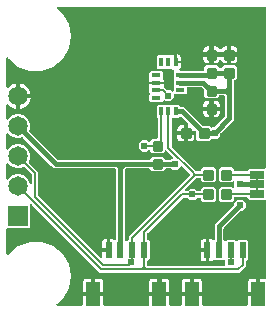
<source format=gbr>
G04 EAGLE Gerber RS-274X export*
G75*
%MOMM*%
%FSLAX34Y34*%
%LPD*%
%INTop Copper*%
%IPPOS*%
%AMOC8*
5,1,8,0,0,1.08239X$1,22.5*%
G01*
%ADD10R,0.600000X1.350000*%
%ADD11R,1.200000X2.000000*%
%ADD12R,1.270000X0.635000*%
%ADD13C,0.203200*%
%ADD14C,0.222250*%
%ADD15R,0.350000X0.800000*%
%ADD16R,0.800000X0.350000*%
%ADD17R,1.651000X1.651000*%
%ADD18C,1.651000*%
%ADD19C,0.609600*%
%ADD20C,0.381000*%

G36*
X69353Y5223D02*
X69353Y5223D01*
X69455Y5231D01*
X69483Y5243D01*
X69514Y5248D01*
X69606Y5292D01*
X69702Y5330D01*
X69725Y5350D01*
X69753Y5363D01*
X69828Y5433D01*
X69908Y5498D01*
X69925Y5524D01*
X69947Y5545D01*
X69998Y5634D01*
X70055Y5719D01*
X70061Y5743D01*
X70079Y5775D01*
X70137Y6035D01*
X70134Y6073D01*
X70139Y6096D01*
X70139Y13473D01*
X77791Y13473D01*
X77892Y13488D01*
X77995Y13497D01*
X78023Y13508D01*
X78054Y13513D01*
X78146Y13557D01*
X78241Y13596D01*
X78265Y13615D01*
X78293Y13628D01*
X78368Y13698D01*
X78448Y13763D01*
X78465Y13789D01*
X78487Y13810D01*
X78538Y13899D01*
X78595Y13984D01*
X78600Y14008D01*
X78619Y14040D01*
X78677Y14300D01*
X78674Y14338D01*
X78679Y14361D01*
X78679Y15251D01*
X78681Y15251D01*
X78681Y14361D01*
X78696Y14260D01*
X78705Y14157D01*
X78716Y14129D01*
X78721Y14098D01*
X78765Y14006D01*
X78804Y13911D01*
X78823Y13887D01*
X78836Y13859D01*
X78906Y13784D01*
X78971Y13704D01*
X78997Y13687D01*
X79018Y13665D01*
X79107Y13614D01*
X79192Y13557D01*
X79216Y13551D01*
X79249Y13533D01*
X79508Y13475D01*
X79546Y13478D01*
X79569Y13473D01*
X87221Y13473D01*
X87221Y6096D01*
X87236Y5994D01*
X87244Y5892D01*
X87256Y5864D01*
X87261Y5833D01*
X87305Y5741D01*
X87343Y5645D01*
X87363Y5622D01*
X87376Y5594D01*
X87446Y5519D01*
X87511Y5439D01*
X87537Y5422D01*
X87558Y5400D01*
X87647Y5349D01*
X87732Y5292D01*
X87756Y5286D01*
X87788Y5268D01*
X88048Y5210D01*
X88086Y5213D01*
X88109Y5208D01*
X125251Y5208D01*
X125353Y5223D01*
X125455Y5231D01*
X125483Y5243D01*
X125514Y5248D01*
X125606Y5292D01*
X125702Y5330D01*
X125725Y5350D01*
X125753Y5363D01*
X125828Y5433D01*
X125908Y5498D01*
X125925Y5524D01*
X125947Y5545D01*
X125998Y5634D01*
X126055Y5719D01*
X126061Y5743D01*
X126079Y5775D01*
X126137Y6035D01*
X126134Y6073D01*
X126139Y6096D01*
X126139Y13473D01*
X133791Y13473D01*
X133892Y13488D01*
X133995Y13497D01*
X134023Y13508D01*
X134054Y13513D01*
X134146Y13557D01*
X134241Y13596D01*
X134265Y13615D01*
X134293Y13628D01*
X134368Y13698D01*
X134448Y13763D01*
X134465Y13789D01*
X134487Y13810D01*
X134538Y13899D01*
X134595Y13984D01*
X134600Y14008D01*
X134619Y14040D01*
X134677Y14300D01*
X134674Y14338D01*
X134679Y14361D01*
X134679Y15251D01*
X134681Y15251D01*
X134681Y14361D01*
X134696Y14260D01*
X134705Y14157D01*
X134716Y14129D01*
X134721Y14098D01*
X134765Y14006D01*
X134804Y13911D01*
X134823Y13887D01*
X134836Y13859D01*
X134906Y13784D01*
X134971Y13704D01*
X134997Y13687D01*
X135018Y13665D01*
X135107Y13614D01*
X135192Y13557D01*
X135216Y13551D01*
X135249Y13533D01*
X135508Y13475D01*
X135546Y13478D01*
X135569Y13473D01*
X143221Y13473D01*
X143221Y6096D01*
X143236Y5994D01*
X143244Y5892D01*
X143256Y5864D01*
X143261Y5833D01*
X143305Y5741D01*
X143343Y5645D01*
X143363Y5622D01*
X143376Y5594D01*
X143446Y5519D01*
X143511Y5439D01*
X143537Y5422D01*
X143558Y5400D01*
X143647Y5349D01*
X143732Y5292D01*
X143756Y5286D01*
X143788Y5268D01*
X144048Y5210D01*
X144086Y5213D01*
X144109Y5208D01*
X152817Y5208D01*
X152919Y5223D01*
X153021Y5231D01*
X153049Y5243D01*
X153080Y5248D01*
X153172Y5292D01*
X153268Y5330D01*
X153291Y5350D01*
X153319Y5363D01*
X153394Y5433D01*
X153474Y5498D01*
X153491Y5524D01*
X153513Y5545D01*
X153564Y5634D01*
X153621Y5719D01*
X153627Y5743D01*
X153645Y5775D01*
X153703Y6035D01*
X153700Y6073D01*
X153705Y6096D01*
X153705Y13473D01*
X161357Y13473D01*
X161458Y13488D01*
X161561Y13497D01*
X161589Y13508D01*
X161620Y13513D01*
X161712Y13557D01*
X161807Y13596D01*
X161831Y13615D01*
X161859Y13628D01*
X161934Y13698D01*
X162014Y13763D01*
X162031Y13789D01*
X162053Y13810D01*
X162104Y13899D01*
X162161Y13984D01*
X162166Y14008D01*
X162185Y14040D01*
X162243Y14300D01*
X162240Y14338D01*
X162245Y14361D01*
X162245Y15251D01*
X162247Y15251D01*
X162247Y14361D01*
X162262Y14260D01*
X162271Y14157D01*
X162282Y14129D01*
X162287Y14098D01*
X162331Y14006D01*
X162370Y13911D01*
X162389Y13887D01*
X162402Y13859D01*
X162472Y13784D01*
X162537Y13704D01*
X162563Y13687D01*
X162584Y13665D01*
X162673Y13614D01*
X162758Y13557D01*
X162782Y13551D01*
X162815Y13533D01*
X163074Y13475D01*
X163112Y13478D01*
X163135Y13473D01*
X170787Y13473D01*
X170787Y6096D01*
X170802Y5994D01*
X170810Y5892D01*
X170822Y5864D01*
X170827Y5833D01*
X170871Y5741D01*
X170909Y5645D01*
X170929Y5622D01*
X170942Y5594D01*
X171012Y5519D01*
X171077Y5439D01*
X171103Y5422D01*
X171124Y5400D01*
X171213Y5349D01*
X171298Y5292D01*
X171322Y5286D01*
X171354Y5268D01*
X171614Y5210D01*
X171652Y5213D01*
X171675Y5208D01*
X208817Y5208D01*
X208919Y5223D01*
X209021Y5231D01*
X209049Y5243D01*
X209080Y5248D01*
X209172Y5292D01*
X209268Y5330D01*
X209291Y5350D01*
X209319Y5363D01*
X209394Y5433D01*
X209474Y5498D01*
X209491Y5524D01*
X209513Y5545D01*
X209564Y5634D01*
X209621Y5719D01*
X209627Y5743D01*
X209645Y5775D01*
X209703Y6035D01*
X209700Y6073D01*
X209705Y6096D01*
X209705Y13473D01*
X217357Y13473D01*
X217458Y13488D01*
X217561Y13497D01*
X217589Y13508D01*
X217620Y13513D01*
X217712Y13557D01*
X217807Y13596D01*
X217831Y13615D01*
X217859Y13628D01*
X217934Y13698D01*
X218014Y13763D01*
X218031Y13789D01*
X218053Y13810D01*
X218104Y13899D01*
X218161Y13984D01*
X218166Y14008D01*
X218185Y14040D01*
X218243Y14300D01*
X218240Y14338D01*
X218245Y14361D01*
X218245Y15251D01*
X219135Y15251D01*
X219236Y15266D01*
X219339Y15275D01*
X219367Y15286D01*
X219398Y15291D01*
X219490Y15335D01*
X219585Y15374D01*
X219609Y15393D01*
X219637Y15406D01*
X219712Y15476D01*
X219792Y15541D01*
X219809Y15567D01*
X219831Y15588D01*
X219882Y15677D01*
X219939Y15762D01*
X219944Y15786D01*
X219963Y15819D01*
X220021Y16078D01*
X220018Y16116D01*
X220023Y16139D01*
X220023Y27791D01*
X223904Y27791D01*
X224006Y27806D01*
X224108Y27814D01*
X224136Y27826D01*
X224167Y27831D01*
X224259Y27875D01*
X224355Y27913D01*
X224378Y27933D01*
X224406Y27946D01*
X224481Y28016D01*
X224561Y28081D01*
X224578Y28107D01*
X224600Y28128D01*
X224651Y28217D01*
X224708Y28302D01*
X224714Y28326D01*
X224732Y28358D01*
X224790Y28618D01*
X224787Y28656D01*
X224792Y28679D01*
X224792Y93980D01*
X224777Y94082D01*
X224769Y94184D01*
X224757Y94212D01*
X224752Y94243D01*
X224708Y94335D01*
X224670Y94431D01*
X224650Y94454D01*
X224637Y94482D01*
X224567Y94557D01*
X224502Y94637D01*
X224476Y94654D01*
X224455Y94676D01*
X224366Y94727D01*
X224281Y94784D01*
X224257Y94790D01*
X224225Y94808D01*
X223965Y94866D01*
X223927Y94863D01*
X223904Y94868D01*
X210337Y94868D01*
X209295Y95910D01*
X209295Y96139D01*
X209280Y96241D01*
X209272Y96343D01*
X209260Y96371D01*
X209255Y96402D01*
X209211Y96494D01*
X209173Y96590D01*
X209153Y96613D01*
X209140Y96641D01*
X209070Y96716D01*
X209005Y96796D01*
X208979Y96813D01*
X208958Y96835D01*
X208869Y96886D01*
X208784Y96943D01*
X208760Y96949D01*
X208728Y96967D01*
X208468Y97025D01*
X208430Y97022D01*
X208407Y97027D01*
X198374Y97027D01*
X198272Y97012D01*
X198170Y97004D01*
X198142Y96992D01*
X198111Y96987D01*
X198019Y96943D01*
X197923Y96905D01*
X197900Y96885D01*
X197872Y96872D01*
X197797Y96802D01*
X197717Y96737D01*
X197700Y96711D01*
X197678Y96690D01*
X197627Y96601D01*
X197570Y96516D01*
X197564Y96492D01*
X197546Y96460D01*
X197488Y96200D01*
X197491Y96162D01*
X197486Y96139D01*
X197486Y94783D01*
X195793Y93090D01*
X186731Y93090D01*
X185038Y94783D01*
X185038Y103845D01*
X186731Y105538D01*
X195793Y105538D01*
X196603Y104728D01*
X196644Y104697D01*
X196680Y104659D01*
X196751Y104619D01*
X196817Y104570D01*
X196866Y104553D01*
X196910Y104527D01*
X196990Y104510D01*
X197068Y104483D01*
X197120Y104481D01*
X197170Y104470D01*
X197252Y104476D01*
X197334Y104473D01*
X197383Y104487D01*
X197435Y104491D01*
X197511Y104522D01*
X197590Y104543D01*
X197634Y104571D01*
X197682Y104590D01*
X197745Y104642D01*
X197814Y104686D01*
X197848Y104725D01*
X197888Y104758D01*
X197933Y104826D01*
X197986Y104889D01*
X198007Y104936D01*
X198035Y104979D01*
X198047Y105029D01*
X198091Y105133D01*
X198109Y105311D01*
X198119Y105356D01*
X198119Y110036D01*
X198112Y110087D01*
X198113Y110139D01*
X198098Y110195D01*
X198096Y110225D01*
X198088Y110245D01*
X198079Y110299D01*
X198057Y110346D01*
X198043Y110395D01*
X197999Y110465D01*
X197997Y110472D01*
X197995Y110474D01*
X197964Y110538D01*
X197929Y110576D01*
X197901Y110620D01*
X197838Y110673D01*
X197782Y110733D01*
X197738Y110758D01*
X197698Y110792D01*
X197623Y110824D01*
X197552Y110865D01*
X197501Y110876D01*
X197454Y110896D01*
X197372Y110905D01*
X197292Y110922D01*
X197241Y110918D01*
X197189Y110924D01*
X197109Y110907D01*
X197027Y110901D01*
X196979Y110882D01*
X196929Y110872D01*
X196885Y110844D01*
X196780Y110802D01*
X196733Y110763D01*
X196714Y110754D01*
X196662Y110706D01*
X196641Y110689D01*
X196603Y110664D01*
X195793Y109854D01*
X186731Y109854D01*
X185038Y111547D01*
X185038Y120609D01*
X186731Y122302D01*
X195793Y122302D01*
X197486Y120609D01*
X197486Y119761D01*
X197501Y119659D01*
X197509Y119557D01*
X197521Y119529D01*
X197526Y119498D01*
X197570Y119406D01*
X197608Y119310D01*
X197628Y119287D01*
X197641Y119259D01*
X197711Y119184D01*
X197776Y119104D01*
X197802Y119087D01*
X197823Y119065D01*
X197912Y119014D01*
X197997Y118957D01*
X198021Y118951D01*
X198053Y118933D01*
X198313Y118875D01*
X198351Y118878D01*
X198374Y118873D01*
X208407Y118873D01*
X208509Y118888D01*
X208611Y118896D01*
X208639Y118908D01*
X208670Y118913D01*
X208762Y118957D01*
X208858Y118995D01*
X208881Y119015D01*
X208909Y119028D01*
X208984Y119098D01*
X209064Y119163D01*
X209081Y119189D01*
X209103Y119210D01*
X209154Y119299D01*
X209211Y119384D01*
X209217Y119408D01*
X209235Y119440D01*
X209293Y119700D01*
X209291Y119723D01*
X209293Y119731D01*
X209292Y119746D01*
X209295Y119761D01*
X209295Y119990D01*
X210337Y121032D01*
X223904Y121032D01*
X224006Y121047D01*
X224108Y121055D01*
X224136Y121067D01*
X224167Y121072D01*
X224259Y121116D01*
X224355Y121154D01*
X224378Y121174D01*
X224406Y121187D01*
X224481Y121257D01*
X224561Y121322D01*
X224578Y121348D01*
X224600Y121369D01*
X224651Y121458D01*
X224708Y121543D01*
X224714Y121567D01*
X224732Y121599D01*
X224790Y121859D01*
X224787Y121897D01*
X224792Y121920D01*
X224792Y257104D01*
X224777Y257206D01*
X224769Y257308D01*
X224757Y257336D01*
X224752Y257367D01*
X224708Y257459D01*
X224670Y257555D01*
X224650Y257578D01*
X224637Y257606D01*
X224567Y257681D01*
X224502Y257761D01*
X224476Y257778D01*
X224455Y257800D01*
X224366Y257851D01*
X224281Y257908D01*
X224257Y257914D01*
X224225Y257932D01*
X223965Y257990D01*
X223927Y257987D01*
X223904Y257992D01*
X48343Y257992D01*
X48254Y257979D01*
X48164Y257974D01*
X48123Y257959D01*
X48081Y257952D01*
X48000Y257913D01*
X47915Y257882D01*
X47880Y257856D01*
X47841Y257837D01*
X47775Y257775D01*
X47704Y257720D01*
X47679Y257685D01*
X47647Y257655D01*
X47602Y257577D01*
X47550Y257504D01*
X47537Y257462D01*
X47515Y257425D01*
X47495Y257337D01*
X47467Y257251D01*
X47467Y257208D01*
X47457Y257165D01*
X47465Y257075D01*
X47463Y256985D01*
X47475Y256943D01*
X47479Y256900D01*
X47512Y256817D01*
X47538Y256730D01*
X47557Y256704D01*
X47578Y256653D01*
X47745Y256447D01*
X47764Y256435D01*
X47772Y256424D01*
X52725Y252268D01*
X57876Y243346D01*
X59665Y233200D01*
X57876Y223054D01*
X52725Y214132D01*
X44832Y207510D01*
X35151Y203986D01*
X24849Y203986D01*
X15168Y207510D01*
X7275Y214132D01*
X6865Y214842D01*
X6844Y214869D01*
X6829Y214900D01*
X6761Y214973D01*
X6699Y215050D01*
X6671Y215069D01*
X6647Y215095D01*
X6561Y215144D01*
X6479Y215199D01*
X6446Y215209D01*
X6417Y215226D01*
X6320Y215248D01*
X6225Y215277D01*
X6191Y215277D01*
X6157Y215284D01*
X6058Y215276D01*
X5959Y215276D01*
X5926Y215265D01*
X5892Y215263D01*
X5800Y215226D01*
X5706Y215196D01*
X5678Y215177D01*
X5645Y215164D01*
X5569Y215101D01*
X5487Y215045D01*
X5466Y215018D01*
X5439Y214996D01*
X5384Y214913D01*
X5323Y214836D01*
X5311Y214804D01*
X5292Y214775D01*
X5280Y214724D01*
X5228Y214588D01*
X5219Y214450D01*
X5208Y214398D01*
X5208Y190020D01*
X5215Y189969D01*
X5214Y189917D01*
X5235Y189838D01*
X5248Y189757D01*
X5270Y189710D01*
X5284Y189661D01*
X5328Y189591D01*
X5363Y189517D01*
X5398Y189480D01*
X5426Y189436D01*
X5489Y189383D01*
X5545Y189323D01*
X5589Y189298D01*
X5629Y189264D01*
X5704Y189232D01*
X5775Y189191D01*
X5826Y189180D01*
X5873Y189160D01*
X5955Y189151D01*
X6035Y189133D01*
X6086Y189138D01*
X6138Y189132D01*
X6218Y189148D01*
X6300Y189155D01*
X6348Y189174D01*
X6398Y189184D01*
X6442Y189212D01*
X6547Y189254D01*
X6686Y189367D01*
X6724Y189392D01*
X7967Y190635D01*
X9342Y191633D01*
X10856Y192405D01*
X12472Y192930D01*
X13223Y193049D01*
X13223Y183289D01*
X13238Y183188D01*
X13246Y183085D01*
X13258Y183057D01*
X13263Y183026D01*
X13307Y182934D01*
X13345Y182839D01*
X13365Y182815D01*
X13378Y182787D01*
X13448Y182712D01*
X13513Y182632D01*
X13539Y182615D01*
X13560Y182593D01*
X13649Y182542D01*
X13734Y182485D01*
X13758Y182480D01*
X13790Y182461D01*
X14050Y182403D01*
X14088Y182406D01*
X14111Y182401D01*
X15001Y182401D01*
X15001Y182399D01*
X14111Y182399D01*
X14009Y182384D01*
X13907Y182375D01*
X13879Y182364D01*
X13848Y182359D01*
X13756Y182315D01*
X13660Y182276D01*
X13637Y182257D01*
X13609Y182244D01*
X13534Y182174D01*
X13454Y182109D01*
X13437Y182083D01*
X13415Y182062D01*
X13364Y181973D01*
X13307Y181888D01*
X13301Y181864D01*
X13283Y181831D01*
X13225Y181572D01*
X13228Y181534D01*
X13223Y181511D01*
X13223Y171751D01*
X12472Y171870D01*
X10856Y172395D01*
X9342Y173167D01*
X7967Y174165D01*
X6724Y175408D01*
X6683Y175439D01*
X6647Y175477D01*
X6576Y175518D01*
X6510Y175566D01*
X6461Y175583D01*
X6417Y175609D01*
X6337Y175627D01*
X6259Y175654D01*
X6207Y175655D01*
X6157Y175667D01*
X6075Y175660D01*
X5993Y175663D01*
X5944Y175649D01*
X5892Y175645D01*
X5816Y175614D01*
X5737Y175593D01*
X5693Y175565D01*
X5645Y175546D01*
X5582Y175494D01*
X5513Y175450D01*
X5479Y175411D01*
X5439Y175378D01*
X5394Y175310D01*
X5341Y175248D01*
X5320Y175200D01*
X5292Y175157D01*
X5280Y175107D01*
X5236Y175003D01*
X5218Y174825D01*
X5208Y174780D01*
X5208Y163542D01*
X5215Y163491D01*
X5214Y163439D01*
X5235Y163360D01*
X5248Y163279D01*
X5270Y163233D01*
X5284Y163183D01*
X5328Y163114D01*
X5363Y163040D01*
X5398Y163002D01*
X5426Y162959D01*
X5489Y162905D01*
X5545Y162846D01*
X5589Y162820D01*
X5629Y162787D01*
X5704Y162754D01*
X5775Y162714D01*
X5826Y162702D01*
X5873Y162682D01*
X5955Y162674D01*
X6035Y162656D01*
X6086Y162660D01*
X6138Y162655D01*
X6218Y162671D01*
X6300Y162677D01*
X6348Y162697D01*
X6398Y162707D01*
X6442Y162734D01*
X6547Y162776D01*
X6686Y162889D01*
X6724Y162914D01*
X9316Y165506D01*
X13004Y167034D01*
X16996Y167034D01*
X20684Y165506D01*
X23506Y162684D01*
X25034Y158996D01*
X25034Y155004D01*
X24432Y153553D01*
X24418Y153492D01*
X24393Y153435D01*
X24386Y153364D01*
X24369Y153295D01*
X24372Y153233D01*
X24366Y153171D01*
X24380Y153101D01*
X24384Y153029D01*
X24406Y152971D01*
X24418Y152910D01*
X24444Y152870D01*
X24477Y152780D01*
X24608Y152611D01*
X24625Y152585D01*
X48298Y128912D01*
X48304Y128907D01*
X48305Y128906D01*
X48313Y128900D01*
X48315Y128899D01*
X48328Y128883D01*
X48421Y128821D01*
X48512Y128754D01*
X48531Y128747D01*
X48549Y128736D01*
X48594Y128726D01*
X48763Y128667D01*
X48875Y128663D01*
X48926Y128652D01*
X125984Y128652D01*
X126086Y128667D01*
X126188Y128675D01*
X126216Y128687D01*
X126247Y128692D01*
X126339Y128736D01*
X126435Y128774D01*
X126458Y128794D01*
X126486Y128807D01*
X126561Y128877D01*
X126641Y128942D01*
X126658Y128968D01*
X126680Y128989D01*
X126731Y129078D01*
X126788Y129163D01*
X126794Y129187D01*
X126812Y129219D01*
X126870Y129479D01*
X126869Y129495D01*
X128565Y131192D01*
X137627Y131192D01*
X139327Y129491D01*
X139335Y129438D01*
X139343Y129336D01*
X139355Y129308D01*
X139360Y129277D01*
X139404Y129185D01*
X139442Y129089D01*
X139462Y129066D01*
X139475Y129038D01*
X139545Y128963D01*
X139610Y128883D01*
X139636Y128866D01*
X139657Y128844D01*
X139746Y128793D01*
X139831Y128736D01*
X139855Y128730D01*
X139887Y128712D01*
X140147Y128654D01*
X140185Y128657D01*
X140208Y128652D01*
X144318Y128652D01*
X144338Y128655D01*
X144359Y128653D01*
X144470Y128675D01*
X144581Y128692D01*
X144599Y128701D01*
X144620Y128705D01*
X144659Y128729D01*
X144820Y128807D01*
X144902Y128884D01*
X144946Y128912D01*
X145975Y129941D01*
X146036Y130023D01*
X146102Y130102D01*
X146114Y130130D01*
X146132Y130155D01*
X146166Y130252D01*
X146206Y130346D01*
X146210Y130377D01*
X146220Y130406D01*
X146223Y130508D01*
X146234Y130610D01*
X146228Y130641D01*
X146229Y130671D01*
X146202Y130770D01*
X146182Y130871D01*
X146169Y130891D01*
X146159Y130928D01*
X146016Y131152D01*
X145987Y131177D01*
X145975Y131197D01*
X140836Y136335D01*
X140795Y136366D01*
X140759Y136404D01*
X140688Y136444D01*
X140622Y136493D01*
X140573Y136510D01*
X140529Y136536D01*
X140449Y136554D01*
X140371Y136580D01*
X140319Y136582D01*
X140269Y136593D01*
X140187Y136587D01*
X140105Y136590D01*
X140056Y136576D01*
X140004Y136572D01*
X139928Y136541D01*
X139849Y136520D01*
X139805Y136492D01*
X139757Y136473D01*
X139694Y136421D01*
X139625Y136377D01*
X139591Y136338D01*
X139551Y136305D01*
X139506Y136237D01*
X139453Y136175D01*
X139432Y136127D01*
X139404Y136084D01*
X139392Y136034D01*
X139348Y135930D01*
X139330Y135752D01*
X139320Y135707D01*
X139320Y135677D01*
X137627Y133984D01*
X128565Y133984D01*
X126872Y135677D01*
X126872Y136190D01*
X126865Y136241D01*
X126866Y136292D01*
X126845Y136372D01*
X126832Y136453D01*
X126810Y136499D01*
X126796Y136549D01*
X126752Y136618D01*
X126717Y136692D01*
X126682Y136730D01*
X126654Y136773D01*
X126591Y136826D01*
X126535Y136886D01*
X126491Y136912D01*
X126451Y136945D01*
X126376Y136978D01*
X126305Y137018D01*
X126254Y137029D01*
X126207Y137050D01*
X126125Y137058D01*
X126045Y137076D01*
X125994Y137072D01*
X125942Y137077D01*
X125862Y137061D01*
X125780Y137054D01*
X125732Y137035D01*
X125682Y137025D01*
X125638Y136997D01*
X125533Y136955D01*
X125394Y136842D01*
X125356Y136818D01*
X123919Y135381D01*
X119921Y135381D01*
X117093Y138209D01*
X117093Y142207D01*
X119921Y145035D01*
X123919Y145035D01*
X125356Y143598D01*
X125397Y143567D01*
X125433Y143530D01*
X125504Y143489D01*
X125570Y143440D01*
X125619Y143423D01*
X125663Y143398D01*
X125743Y143380D01*
X125821Y143353D01*
X125873Y143351D01*
X125923Y143340D01*
X126005Y143347D01*
X126087Y143344D01*
X126136Y143357D01*
X126188Y143362D01*
X126264Y143392D01*
X126343Y143414D01*
X126387Y143441D01*
X126435Y143461D01*
X126498Y143512D01*
X126567Y143556D01*
X126601Y143596D01*
X126641Y143628D01*
X126686Y143697D01*
X126739Y143759D01*
X126760Y143806D01*
X126788Y143849D01*
X126800Y143900D01*
X126844Y144003D01*
X126862Y144182D01*
X126872Y144226D01*
X126872Y144739D01*
X128565Y146432D01*
X132457Y146432D01*
X132559Y146447D01*
X132661Y146455D01*
X132689Y146467D01*
X132720Y146472D01*
X132812Y146516D01*
X132908Y146554D01*
X132931Y146574D01*
X132959Y146587D01*
X133034Y146657D01*
X133114Y146722D01*
X133131Y146748D01*
X133153Y146769D01*
X133204Y146858D01*
X133261Y146943D01*
X133267Y146967D01*
X133285Y146999D01*
X133343Y147259D01*
X133343Y147265D01*
X133343Y147267D01*
X133341Y147299D01*
X133345Y147320D01*
X133345Y163715D01*
X133342Y163736D01*
X133344Y163757D01*
X133322Y163867D01*
X133305Y163978D01*
X133296Y163997D01*
X133292Y164018D01*
X133268Y164056D01*
X133190Y164217D01*
X133113Y164300D01*
X133085Y164343D01*
X132611Y164817D01*
X132611Y174291D01*
X133653Y175333D01*
X138649Y175333D01*
X138723Y175270D01*
X138751Y175258D01*
X138776Y175240D01*
X138873Y175206D01*
X138967Y175166D01*
X138998Y175163D01*
X139027Y175153D01*
X139130Y175149D01*
X139232Y175138D01*
X139262Y175144D01*
X139293Y175143D01*
X139392Y175170D01*
X139492Y175190D01*
X139513Y175203D01*
X139549Y175213D01*
X139737Y175333D01*
X144749Y175333D01*
X144823Y175270D01*
X144851Y175258D01*
X144876Y175240D01*
X144973Y175206D01*
X145067Y175166D01*
X145098Y175163D01*
X145127Y175153D01*
X145230Y175149D01*
X145332Y175138D01*
X145362Y175144D01*
X145393Y175143D01*
X145492Y175170D01*
X145592Y175190D01*
X145613Y175203D01*
X145649Y175213D01*
X145837Y175333D01*
X150827Y175333D01*
X151869Y174291D01*
X151869Y174126D01*
X151884Y174024D01*
X151892Y173922D01*
X151904Y173894D01*
X151909Y173863D01*
X151953Y173771D01*
X151991Y173675D01*
X152011Y173652D01*
X152024Y173624D01*
X152094Y173549D01*
X152159Y173469D01*
X152185Y173452D01*
X152206Y173430D01*
X152295Y173379D01*
X152380Y173322D01*
X152404Y173316D01*
X152436Y173298D01*
X152696Y173240D01*
X152734Y173243D01*
X152757Y173238D01*
X155314Y173238D01*
X170938Y157614D01*
X170955Y157601D01*
X170968Y157585D01*
X171061Y157523D01*
X171152Y157456D01*
X171171Y157449D01*
X171189Y157438D01*
X171233Y157428D01*
X171403Y157369D01*
X171515Y157365D01*
X171566Y157354D01*
X176743Y157354D01*
X178120Y155976D01*
X178203Y155915D01*
X178281Y155849D01*
X178309Y155837D01*
X178334Y155819D01*
X178431Y155785D01*
X178526Y155745D01*
X178556Y155741D01*
X178585Y155731D01*
X178688Y155728D01*
X178790Y155717D01*
X178820Y155723D01*
X178851Y155722D01*
X178950Y155749D01*
X179051Y155769D01*
X179071Y155782D01*
X179107Y155792D01*
X179332Y155935D01*
X179350Y155957D01*
X180605Y155957D01*
X180626Y155960D01*
X180647Y155958D01*
X180757Y155980D01*
X180868Y155997D01*
X180887Y156006D01*
X180908Y156010D01*
X180946Y156034D01*
X181107Y156112D01*
X181190Y156189D01*
X181233Y156217D01*
X189858Y164842D01*
X189871Y164859D01*
X189887Y164872D01*
X189949Y164965D01*
X190016Y165056D01*
X190023Y165075D01*
X190034Y165093D01*
X190044Y165138D01*
X190103Y165307D01*
X190107Y165419D01*
X190118Y165470D01*
X190118Y182256D01*
X190115Y182277D01*
X190117Y182298D01*
X190095Y182408D01*
X190078Y182519D01*
X190069Y182538D01*
X190065Y182559D01*
X190041Y182597D01*
X189963Y182758D01*
X189886Y182841D01*
X189858Y182884D01*
X189742Y183000D01*
X189725Y183013D01*
X189712Y183029D01*
X189619Y183091D01*
X189528Y183158D01*
X189509Y183165D01*
X189491Y183176D01*
X189446Y183186D01*
X189277Y183245D01*
X189165Y183249D01*
X189114Y183260D01*
X185928Y183260D01*
X185826Y183245D01*
X185724Y183237D01*
X185696Y183225D01*
X185665Y183220D01*
X185573Y183176D01*
X185477Y183138D01*
X185454Y183118D01*
X185426Y183105D01*
X185351Y183035D01*
X185271Y182970D01*
X185254Y182944D01*
X185232Y182923D01*
X185181Y182834D01*
X185124Y182749D01*
X185118Y182725D01*
X185100Y182693D01*
X185042Y182433D01*
X185043Y182417D01*
X183347Y180720D01*
X174285Y180720D01*
X172592Y182413D01*
X172592Y187590D01*
X172589Y187611D01*
X172591Y187632D01*
X172569Y187742D01*
X172552Y187853D01*
X172543Y187872D01*
X172539Y187893D01*
X172515Y187931D01*
X172437Y188092D01*
X172360Y188175D01*
X172332Y188218D01*
X170565Y189985D01*
X170548Y189998D01*
X170535Y190014D01*
X170441Y190076D01*
X170351Y190143D01*
X170332Y190150D01*
X170314Y190161D01*
X170269Y190171D01*
X170100Y190230D01*
X169988Y190234D01*
X169937Y190245D01*
X159107Y190245D01*
X159005Y190230D01*
X158903Y190222D01*
X158875Y190210D01*
X158844Y190205D01*
X158752Y190161D01*
X158656Y190123D01*
X158633Y190103D01*
X158605Y190090D01*
X158530Y190020D01*
X158450Y189955D01*
X158433Y189929D01*
X158411Y189908D01*
X158360Y189819D01*
X158303Y189734D01*
X158297Y189710D01*
X158279Y189678D01*
X158221Y189418D01*
X158224Y189380D01*
X158219Y189357D01*
X158219Y185092D01*
X157177Y184050D01*
X147701Y184050D01*
X147599Y184035D01*
X147497Y184027D01*
X147469Y184015D01*
X147438Y184010D01*
X147346Y183966D01*
X147250Y183928D01*
X147227Y183908D01*
X147199Y183895D01*
X147124Y183825D01*
X147044Y183760D01*
X147027Y183734D01*
X147005Y183713D01*
X146954Y183624D01*
X146897Y183539D01*
X146891Y183515D01*
X146873Y183483D01*
X146815Y183223D01*
X146818Y183185D01*
X146813Y183162D01*
X146813Y180881D01*
X143985Y178053D01*
X139987Y178053D01*
X139335Y178705D01*
X139294Y178735D01*
X139258Y178773D01*
X139187Y178814D01*
X139185Y178815D01*
X139174Y178825D01*
X139170Y178826D01*
X139121Y178863D01*
X139072Y178880D01*
X139028Y178905D01*
X138948Y178923D01*
X138870Y178950D01*
X138818Y178952D01*
X138768Y178963D01*
X138686Y178956D01*
X138604Y178959D01*
X138555Y178946D01*
X138503Y178941D01*
X138427Y178911D01*
X138348Y178889D01*
X138304Y178862D01*
X138256Y178842D01*
X138193Y178791D01*
X138124Y178747D01*
X138090Y178707D01*
X138050Y178675D01*
X138038Y178656D01*
X136777Y177395D01*
X127303Y177395D01*
X126261Y178437D01*
X126261Y183411D01*
X126321Y183471D01*
X126382Y183553D01*
X126449Y183632D01*
X126461Y183660D01*
X126479Y183685D01*
X126513Y183782D01*
X126553Y183876D01*
X126556Y183907D01*
X126566Y183936D01*
X126570Y184038D01*
X126581Y184141D01*
X126575Y184171D01*
X126576Y184202D01*
X126549Y184300D01*
X126529Y184401D01*
X126516Y184422D01*
X126506Y184458D01*
X126363Y184682D01*
X126334Y184707D01*
X126321Y184727D01*
X126261Y184787D01*
X126261Y189692D01*
X126258Y189712D01*
X126260Y189733D01*
X126238Y189844D01*
X126221Y189954D01*
X126212Y189973D01*
X126208Y189994D01*
X126184Y190033D01*
X126106Y190194D01*
X126029Y190276D01*
X126028Y190278D01*
X125672Y190893D01*
X125499Y191539D01*
X125499Y192736D01*
X132040Y192736D01*
X138581Y192736D01*
X138581Y191539D01*
X138438Y191008D01*
X138438Y191004D01*
X138436Y191001D01*
X138423Y190870D01*
X138409Y190744D01*
X138409Y190740D01*
X138409Y190737D01*
X138435Y190609D01*
X138459Y190483D01*
X138460Y190480D01*
X138461Y190476D01*
X138469Y190464D01*
X138583Y190248D01*
X138644Y190188D01*
X138668Y190150D01*
X140851Y187967D01*
X140868Y187954D01*
X140882Y187938D01*
X140975Y187876D01*
X141065Y187809D01*
X141085Y187802D01*
X141103Y187791D01*
X141147Y187781D01*
X141316Y187722D01*
X141429Y187718D01*
X141480Y187707D01*
X143985Y187707D01*
X145145Y186547D01*
X145186Y186516D01*
X145222Y186479D01*
X145293Y186438D01*
X145359Y186389D01*
X145408Y186372D01*
X145452Y186347D01*
X145532Y186329D01*
X145610Y186302D01*
X145662Y186300D01*
X145712Y186289D01*
X145794Y186296D01*
X145876Y186293D01*
X145925Y186306D01*
X145977Y186311D01*
X146053Y186341D01*
X146132Y186363D01*
X146176Y186390D01*
X146224Y186410D01*
X146287Y186461D01*
X146356Y186505D01*
X146390Y186545D01*
X146430Y186577D01*
X146475Y186646D01*
X146528Y186708D01*
X146549Y186755D01*
X146577Y186798D01*
X146589Y186849D01*
X146633Y186952D01*
X146651Y187131D01*
X146661Y187175D01*
X146661Y190066D01*
X146721Y190126D01*
X146782Y190209D01*
X146849Y190287D01*
X146861Y190315D01*
X146879Y190340D01*
X146913Y190437D01*
X146953Y190531D01*
X146956Y190562D01*
X146966Y190591D01*
X146970Y190694D01*
X146981Y190796D01*
X146975Y190826D01*
X146976Y190857D01*
X146949Y190956D01*
X146929Y191056D01*
X146916Y191076D01*
X146906Y191113D01*
X146763Y191337D01*
X146734Y191362D01*
X146721Y191382D01*
X146661Y191442D01*
X146661Y196416D01*
X146721Y196476D01*
X146747Y196510D01*
X146755Y196518D01*
X146765Y196535D01*
X146782Y196559D01*
X146849Y196637D01*
X146861Y196665D01*
X146879Y196690D01*
X146913Y196787D01*
X146953Y196881D01*
X146956Y196912D01*
X146966Y196941D01*
X146970Y197044D01*
X146981Y197146D01*
X146975Y197176D01*
X146976Y197207D01*
X146949Y197306D01*
X146929Y197406D01*
X146916Y197426D01*
X146906Y197463D01*
X146763Y197687D01*
X146734Y197712D01*
X146721Y197732D01*
X146661Y197792D01*
X146661Y202766D01*
X147192Y203297D01*
X147223Y203338D01*
X147261Y203374D01*
X147302Y203445D01*
X147350Y203511D01*
X147367Y203560D01*
X147393Y203604D01*
X147411Y203684D01*
X147438Y203762D01*
X147439Y203814D01*
X147451Y203864D01*
X147444Y203946D01*
X147447Y204028D01*
X147433Y204077D01*
X147429Y204129D01*
X147398Y204205D01*
X147377Y204284D01*
X147349Y204328D01*
X147330Y204376D01*
X147278Y204439D01*
X147234Y204508D01*
X147195Y204542D01*
X147162Y204582D01*
X147094Y204627D01*
X147032Y204680D01*
X146984Y204701D01*
X146941Y204729D01*
X146891Y204741D01*
X146787Y204785D01*
X146609Y204803D01*
X146564Y204813D01*
X146255Y204813D01*
X145609Y204986D01*
X145020Y205326D01*
X145019Y205328D01*
X145006Y205344D01*
X144912Y205406D01*
X144822Y205473D01*
X144802Y205480D01*
X144784Y205491D01*
X144740Y205501D01*
X144571Y205560D01*
X144458Y205564D01*
X144408Y205575D01*
X139731Y205575D01*
X139657Y205638D01*
X139629Y205650D01*
X139604Y205668D01*
X139507Y205702D01*
X139413Y205742D01*
X139382Y205745D01*
X139353Y205755D01*
X139250Y205759D01*
X139148Y205770D01*
X139118Y205764D01*
X139087Y205765D01*
X138988Y205738D01*
X138888Y205718D01*
X138867Y205705D01*
X138831Y205695D01*
X138643Y205575D01*
X133653Y205575D01*
X132611Y206617D01*
X132611Y216091D01*
X133653Y217133D01*
X138649Y217133D01*
X138723Y217070D01*
X138751Y217058D01*
X138776Y217040D01*
X138873Y217006D01*
X138967Y216966D01*
X138998Y216963D01*
X139027Y216953D01*
X139129Y216949D01*
X139232Y216938D01*
X139262Y216944D01*
X139293Y216943D01*
X139392Y216970D01*
X139492Y216990D01*
X139512Y217003D01*
X139549Y217013D01*
X139737Y217133D01*
X144408Y217133D01*
X144428Y217136D01*
X144449Y217134D01*
X144560Y217156D01*
X144670Y217173D01*
X144689Y217182D01*
X144710Y217186D01*
X144749Y217210D01*
X144910Y217288D01*
X144992Y217365D01*
X144994Y217366D01*
X145609Y217722D01*
X146255Y217895D01*
X147452Y217895D01*
X147452Y211354D01*
X147467Y211253D01*
X147475Y211150D01*
X147487Y211122D01*
X147491Y211092D01*
X147536Y210999D01*
X147574Y210904D01*
X147594Y210880D01*
X147607Y210852D01*
X147677Y210777D01*
X147742Y210697D01*
X147768Y210680D01*
X147788Y210658D01*
X147789Y210658D01*
X147789Y210657D01*
X147878Y210607D01*
X147964Y210549D01*
X147987Y210544D01*
X148020Y210525D01*
X148279Y210468D01*
X148317Y210471D01*
X148340Y210466D01*
X152631Y210466D01*
X152631Y207019D01*
X152458Y206373D01*
X152123Y205794D01*
X151808Y205479D01*
X151778Y205438D01*
X151740Y205402D01*
X151699Y205331D01*
X151650Y205265D01*
X151634Y205216D01*
X151608Y205172D01*
X151590Y205092D01*
X151563Y205014D01*
X151561Y204962D01*
X151550Y204912D01*
X151557Y204830D01*
X151554Y204748D01*
X151568Y204699D01*
X151572Y204647D01*
X151602Y204571D01*
X151624Y204492D01*
X151651Y204448D01*
X151671Y204400D01*
X151722Y204337D01*
X151766Y204268D01*
X151806Y204234D01*
X151838Y204194D01*
X151907Y204149D01*
X151969Y204096D01*
X152016Y204075D01*
X152059Y204047D01*
X152110Y204035D01*
X152213Y203991D01*
X152392Y203973D01*
X152436Y203963D01*
X171704Y203963D01*
X171806Y203978D01*
X171908Y203986D01*
X171936Y203998D01*
X171967Y204003D01*
X172059Y204047D01*
X172155Y204085D01*
X172178Y204105D01*
X172206Y204118D01*
X172281Y204188D01*
X172361Y204253D01*
X172378Y204279D01*
X172400Y204300D01*
X172451Y204389D01*
X172508Y204474D01*
X172514Y204498D01*
X172532Y204530D01*
X172590Y204790D01*
X172587Y204828D01*
X172592Y204851D01*
X172592Y206969D01*
X174285Y208662D01*
X183347Y208662D01*
X185047Y206961D01*
X185055Y206908D01*
X185063Y206806D01*
X185075Y206778D01*
X185080Y206747D01*
X185124Y206655D01*
X185162Y206559D01*
X185182Y206536D01*
X185195Y206508D01*
X185265Y206433D01*
X185330Y206353D01*
X185356Y206336D01*
X185377Y206314D01*
X185466Y206263D01*
X185551Y206206D01*
X185575Y206200D01*
X185607Y206182D01*
X185867Y206124D01*
X185905Y206127D01*
X185928Y206122D01*
X186690Y206122D01*
X186792Y206137D01*
X186894Y206145D01*
X186922Y206157D01*
X186953Y206162D01*
X187045Y206206D01*
X187141Y206244D01*
X187164Y206264D01*
X187192Y206277D01*
X187267Y206347D01*
X187347Y206412D01*
X187364Y206438D01*
X187386Y206459D01*
X187437Y206548D01*
X187494Y206633D01*
X187500Y206657D01*
X187518Y206689D01*
X187576Y206949D01*
X187575Y206965D01*
X189271Y208662D01*
X198333Y208662D01*
X200026Y206969D01*
X200026Y197907D01*
X198325Y196207D01*
X198272Y196199D01*
X198170Y196191D01*
X198142Y196179D01*
X198111Y196174D01*
X198019Y196130D01*
X197923Y196092D01*
X197900Y196072D01*
X197872Y196059D01*
X197797Y195989D01*
X197717Y195924D01*
X197700Y195898D01*
X197678Y195877D01*
X197627Y195788D01*
X197570Y195703D01*
X197564Y195679D01*
X197546Y195647D01*
X197488Y195387D01*
X197490Y195363D01*
X197488Y195354D01*
X197489Y195340D01*
X197486Y195326D01*
X197486Y162050D01*
X195068Y159632D01*
X186443Y151007D01*
X186430Y150990D01*
X186414Y150977D01*
X186352Y150884D01*
X186285Y150793D01*
X186278Y150774D01*
X186267Y150756D01*
X186257Y150712D01*
X186198Y150542D01*
X186194Y150430D01*
X186183Y150379D01*
X186183Y149131D01*
X183355Y146303D01*
X179350Y146303D01*
X179294Y146344D01*
X179215Y146411D01*
X179187Y146423D01*
X179162Y146441D01*
X179065Y146475D01*
X178971Y146515D01*
X178940Y146519D01*
X178911Y146529D01*
X178809Y146532D01*
X178707Y146543D01*
X178676Y146537D01*
X178646Y146538D01*
X178547Y146511D01*
X178446Y146491D01*
X178426Y146478D01*
X178389Y146468D01*
X178165Y146325D01*
X178140Y146296D01*
X178120Y146284D01*
X176743Y144906D01*
X167681Y144906D01*
X165988Y146599D01*
X165988Y151776D01*
X165985Y151797D01*
X165987Y151818D01*
X165970Y151903D01*
X165965Y151973D01*
X165955Y151997D01*
X165948Y152039D01*
X165939Y152058D01*
X165935Y152079D01*
X165911Y152117D01*
X165887Y152167D01*
X165866Y152220D01*
X165855Y152233D01*
X165833Y152278D01*
X165756Y152361D01*
X165728Y152404D01*
X165474Y152658D01*
X165433Y152689D01*
X165397Y152727D01*
X165326Y152767D01*
X165260Y152816D01*
X165211Y152833D01*
X165167Y152859D01*
X165087Y152876D01*
X165009Y152903D01*
X164957Y152905D01*
X164907Y152916D01*
X164825Y152910D01*
X164743Y152913D01*
X164724Y152907D01*
X158749Y152907D01*
X158749Y158901D01*
X158758Y158943D01*
X158754Y158994D01*
X158760Y159046D01*
X158743Y159126D01*
X158737Y159208D01*
X158718Y159256D01*
X158707Y159306D01*
X158680Y159350D01*
X158638Y159455D01*
X158525Y159594D01*
X158500Y159632D01*
X153220Y164912D01*
X153137Y164973D01*
X153059Y165040D01*
X153031Y165052D01*
X153006Y165070D01*
X152909Y165104D01*
X152815Y165144D01*
X152784Y165147D01*
X152755Y165157D01*
X152652Y165161D01*
X152550Y165172D01*
X152520Y165166D01*
X152489Y165167D01*
X152390Y165140D01*
X152290Y165120D01*
X152269Y165107D01*
X152233Y165097D01*
X152009Y164954D01*
X151984Y164925D01*
X151964Y164912D01*
X150827Y163775D01*
X145923Y163775D01*
X145821Y163760D01*
X145719Y163752D01*
X145691Y163740D01*
X145660Y163735D01*
X145568Y163691D01*
X145472Y163653D01*
X145449Y163633D01*
X145421Y163620D01*
X145346Y163550D01*
X145266Y163485D01*
X145249Y163459D01*
X145227Y163438D01*
X145176Y163349D01*
X145119Y163264D01*
X145113Y163240D01*
X145095Y163208D01*
X145037Y162948D01*
X145040Y162910D01*
X145035Y162887D01*
X145035Y140409D01*
X145038Y140389D01*
X145036Y140368D01*
X145058Y140257D01*
X145075Y140147D01*
X145084Y140128D01*
X145088Y140107D01*
X145112Y140068D01*
X145190Y139907D01*
X145267Y139825D01*
X145295Y139781D01*
X165943Y119133D01*
X165960Y119120D01*
X165973Y119104D01*
X166067Y119042D01*
X166157Y118975D01*
X166177Y118968D01*
X166195Y118957D01*
X166239Y118947D01*
X166408Y118888D01*
X166521Y118884D01*
X166571Y118873D01*
X168910Y118873D01*
X169012Y118888D01*
X169114Y118896D01*
X169142Y118908D01*
X169173Y118913D01*
X169265Y118957D01*
X169361Y118995D01*
X169384Y119015D01*
X169412Y119028D01*
X169487Y119098D01*
X169567Y119163D01*
X169584Y119189D01*
X169606Y119210D01*
X169657Y119299D01*
X169714Y119384D01*
X169720Y119408D01*
X169738Y119440D01*
X169796Y119700D01*
X169794Y119723D01*
X169796Y119731D01*
X169795Y119746D01*
X169798Y119761D01*
X169798Y120609D01*
X171491Y122302D01*
X180553Y122302D01*
X182246Y120609D01*
X182246Y111547D01*
X180553Y109854D01*
X171491Y109854D01*
X169798Y111547D01*
X169798Y112395D01*
X169783Y112497D01*
X169775Y112599D01*
X169763Y112627D01*
X169758Y112658D01*
X169714Y112750D01*
X169676Y112846D01*
X169656Y112869D01*
X169643Y112897D01*
X169573Y112972D01*
X169508Y113052D01*
X169482Y113069D01*
X169461Y113091D01*
X169372Y113142D01*
X169287Y113199D01*
X169263Y113205D01*
X169231Y113223D01*
X168971Y113281D01*
X168933Y113278D01*
X168910Y113283D01*
X166571Y113283D01*
X166551Y113280D01*
X166530Y113282D01*
X166419Y113260D01*
X166309Y113243D01*
X166290Y113234D01*
X166269Y113230D01*
X166230Y113206D01*
X166069Y113128D01*
X165987Y113051D01*
X165943Y113023D01*
X164446Y111526D01*
X156545Y103625D01*
X156515Y103584D01*
X156477Y103548D01*
X156436Y103477D01*
X156387Y103411D01*
X156370Y103362D01*
X156345Y103318D01*
X156327Y103238D01*
X156300Y103160D01*
X156298Y103108D01*
X156287Y103058D01*
X156294Y102976D01*
X156291Y102894D01*
X156305Y102845D01*
X156309Y102793D01*
X156339Y102717D01*
X156361Y102638D01*
X156389Y102594D01*
X156408Y102546D01*
X156460Y102483D01*
X156503Y102414D01*
X156543Y102380D01*
X156575Y102340D01*
X156644Y102295D01*
X156706Y102242D01*
X156754Y102221D01*
X156796Y102193D01*
X156847Y102181D01*
X156951Y102137D01*
X157129Y102119D01*
X157173Y102109D01*
X158161Y102109D01*
X158182Y102112D01*
X158202Y102110D01*
X158313Y102132D01*
X158424Y102149D01*
X158442Y102158D01*
X158463Y102162D01*
X158502Y102186D01*
X158663Y102264D01*
X158745Y102341D01*
X158789Y102369D01*
X160561Y104141D01*
X164559Y104141D01*
X166331Y102369D01*
X166348Y102356D01*
X166361Y102340D01*
X166455Y102278D01*
X166545Y102211D01*
X166565Y102204D01*
X166582Y102193D01*
X166627Y102183D01*
X166796Y102124D01*
X166909Y102120D01*
X166959Y102109D01*
X168910Y102109D01*
X169012Y102124D01*
X169114Y102132D01*
X169142Y102144D01*
X169173Y102149D01*
X169265Y102193D01*
X169361Y102231D01*
X169384Y102251D01*
X169412Y102264D01*
X169487Y102334D01*
X169567Y102399D01*
X169584Y102425D01*
X169606Y102446D01*
X169657Y102535D01*
X169714Y102620D01*
X169720Y102644D01*
X169738Y102676D01*
X169796Y102936D01*
X169793Y102974D01*
X169798Y102997D01*
X169798Y103845D01*
X171491Y105538D01*
X180553Y105538D01*
X182246Y103845D01*
X182246Y94783D01*
X180553Y93090D01*
X171491Y93090D01*
X169798Y94783D01*
X169798Y95631D01*
X169783Y95733D01*
X169775Y95835D01*
X169763Y95863D01*
X169758Y95894D01*
X169714Y95986D01*
X169676Y96082D01*
X169656Y96105D01*
X169643Y96133D01*
X169573Y96208D01*
X169508Y96288D01*
X169482Y96305D01*
X169461Y96327D01*
X169372Y96378D01*
X169287Y96435D01*
X169263Y96441D01*
X169231Y96459D01*
X168971Y96517D01*
X168933Y96514D01*
X168910Y96519D01*
X166959Y96519D01*
X166938Y96516D01*
X166918Y96518D01*
X166807Y96496D01*
X166696Y96479D01*
X166678Y96470D01*
X166657Y96466D01*
X166618Y96442D01*
X166457Y96364D01*
X166375Y96287D01*
X166331Y96259D01*
X164559Y94487D01*
X160561Y94487D01*
X158789Y96259D01*
X158772Y96272D01*
X158759Y96288D01*
X158665Y96350D01*
X158575Y96417D01*
X158555Y96424D01*
X158538Y96435D01*
X158493Y96445D01*
X158324Y96504D01*
X158211Y96508D01*
X158161Y96519D01*
X155196Y96519D01*
X155175Y96516D01*
X155154Y96518D01*
X155044Y96496D01*
X154933Y96479D01*
X154914Y96470D01*
X154893Y96466D01*
X154855Y96442D01*
X154693Y96364D01*
X154611Y96287D01*
X154567Y96259D01*
X124735Y66427D01*
X124722Y66410D01*
X124706Y66396D01*
X124644Y66303D01*
X124577Y66213D01*
X124570Y66193D01*
X124559Y66175D01*
X124549Y66131D01*
X124490Y65962D01*
X124486Y65849D01*
X124475Y65798D01*
X124475Y61417D01*
X124490Y61315D01*
X124498Y61213D01*
X124510Y61185D01*
X124515Y61154D01*
X124559Y61062D01*
X124597Y60966D01*
X124617Y60943D01*
X124630Y60915D01*
X124700Y60840D01*
X124765Y60760D01*
X124791Y60743D01*
X124812Y60721D01*
X124901Y60670D01*
X124986Y60613D01*
X125010Y60607D01*
X125042Y60589D01*
X125302Y60531D01*
X125340Y60534D01*
X125363Y60529D01*
X125417Y60529D01*
X126459Y59487D01*
X126459Y44513D01*
X125417Y43471D01*
X125363Y43471D01*
X125261Y43456D01*
X125159Y43448D01*
X125131Y43436D01*
X125100Y43431D01*
X125008Y43387D01*
X124912Y43349D01*
X124889Y43329D01*
X124861Y43316D01*
X124786Y43246D01*
X124706Y43181D01*
X124689Y43155D01*
X124667Y43134D01*
X124616Y43045D01*
X124559Y42960D01*
X124553Y42936D01*
X124535Y42904D01*
X124477Y42644D01*
X124480Y42606D01*
X124475Y42583D01*
X124475Y39497D01*
X124490Y39395D01*
X124498Y39293D01*
X124510Y39265D01*
X124515Y39234D01*
X124559Y39142D01*
X124597Y39046D01*
X124617Y39023D01*
X124630Y38995D01*
X124700Y38920D01*
X124765Y38840D01*
X124791Y38823D01*
X124812Y38801D01*
X124901Y38750D01*
X124986Y38693D01*
X125010Y38687D01*
X125042Y38669D01*
X125302Y38611D01*
X125340Y38614D01*
X125363Y38609D01*
X189611Y38609D01*
X189713Y38624D01*
X189815Y38632D01*
X189843Y38644D01*
X189874Y38649D01*
X189966Y38693D01*
X190062Y38731D01*
X190085Y38751D01*
X190113Y38764D01*
X190188Y38834D01*
X190268Y38899D01*
X190285Y38925D01*
X190307Y38946D01*
X190358Y39035D01*
X190415Y39120D01*
X190421Y39144D01*
X190439Y39176D01*
X190497Y39436D01*
X190494Y39474D01*
X190499Y39497D01*
X190499Y42843D01*
X190492Y42894D01*
X190493Y42946D01*
X190472Y43025D01*
X190459Y43106D01*
X190437Y43153D01*
X190423Y43202D01*
X190379Y43272D01*
X190344Y43345D01*
X190308Y43383D01*
X190281Y43427D01*
X190218Y43480D01*
X190162Y43540D01*
X190118Y43565D01*
X190078Y43599D01*
X190003Y43631D01*
X189932Y43672D01*
X189881Y43683D01*
X189834Y43703D01*
X189752Y43712D01*
X189672Y43730D01*
X189621Y43725D01*
X189569Y43731D01*
X189489Y43715D01*
X189407Y43708D01*
X189359Y43689D01*
X189309Y43679D01*
X189265Y43651D01*
X189160Y43609D01*
X189021Y43496D01*
X188983Y43471D01*
X181509Y43471D01*
X181413Y43568D01*
X181330Y43629D01*
X181252Y43695D01*
X181224Y43707D01*
X181199Y43725D01*
X181102Y43759D01*
X181008Y43799D01*
X180977Y43803D01*
X180948Y43813D01*
X180845Y43816D01*
X180743Y43827D01*
X180713Y43821D01*
X180682Y43822D01*
X180583Y43795D01*
X180482Y43775D01*
X180462Y43762D01*
X180426Y43752D01*
X180201Y43609D01*
X180177Y43580D01*
X180157Y43568D01*
X179806Y43217D01*
X179227Y42882D01*
X178581Y42709D01*
X176745Y42709D01*
X176745Y51389D01*
X176730Y51490D01*
X176722Y51593D01*
X176710Y51621D01*
X176705Y51652D01*
X176661Y51744D01*
X176623Y51839D01*
X176603Y51863D01*
X176590Y51891D01*
X176520Y51966D01*
X176494Y51997D01*
X176514Y52013D01*
X176531Y52039D01*
X176553Y52060D01*
X176604Y52149D01*
X176661Y52234D01*
X176667Y52258D01*
X176685Y52291D01*
X176743Y52550D01*
X176740Y52588D01*
X176745Y52611D01*
X176745Y61291D01*
X178581Y61291D01*
X179227Y61118D01*
X179806Y60783D01*
X180046Y60543D01*
X180087Y60513D01*
X180123Y60475D01*
X180194Y60434D01*
X180260Y60385D01*
X180309Y60369D01*
X180353Y60343D01*
X180433Y60325D01*
X180511Y60298D01*
X180563Y60296D01*
X180613Y60285D01*
X180695Y60292D01*
X180777Y60289D01*
X180826Y60303D01*
X180878Y60307D01*
X180954Y60337D01*
X181033Y60359D01*
X181077Y60386D01*
X181125Y60406D01*
X181188Y60457D01*
X181257Y60501D01*
X181291Y60541D01*
X181331Y60573D01*
X181376Y60642D01*
X181429Y60704D01*
X181450Y60751D01*
X181478Y60794D01*
X181490Y60845D01*
X181534Y60948D01*
X181552Y61127D01*
X181562Y61171D01*
X181562Y73742D01*
X197859Y90039D01*
X197872Y90056D01*
X197888Y90069D01*
X197950Y90162D01*
X198017Y90253D01*
X198024Y90272D01*
X198035Y90290D01*
X198045Y90335D01*
X198104Y90504D01*
X198108Y90616D01*
X198119Y90667D01*
X198119Y91915D01*
X200947Y94743D01*
X204945Y94743D01*
X207773Y91915D01*
X207773Y87917D01*
X204945Y85089D01*
X203697Y85089D01*
X203676Y85086D01*
X203655Y85088D01*
X203545Y85066D01*
X203434Y85049D01*
X203415Y85040D01*
X203394Y85036D01*
X203356Y85012D01*
X203195Y84934D01*
X203112Y84857D01*
X203069Y84829D01*
X189190Y70950D01*
X189177Y70933D01*
X189161Y70920D01*
X189099Y70827D01*
X189032Y70736D01*
X189025Y70717D01*
X189014Y70699D01*
X189004Y70654D01*
X188945Y70485D01*
X188941Y70373D01*
X188930Y70322D01*
X188930Y60950D01*
X188933Y60929D01*
X188931Y60908D01*
X188953Y60798D01*
X188970Y60687D01*
X188979Y60668D01*
X188983Y60647D01*
X189007Y60609D01*
X189085Y60448D01*
X189162Y60365D01*
X189190Y60322D01*
X189618Y59894D01*
X189700Y59833D01*
X189779Y59766D01*
X189807Y59754D01*
X189832Y59736D01*
X189929Y59702D01*
X190023Y59662D01*
X190054Y59659D01*
X190083Y59649D01*
X190185Y59645D01*
X190288Y59634D01*
X190318Y59640D01*
X190349Y59639D01*
X190448Y59666D01*
X190548Y59686D01*
X190568Y59699D01*
X190605Y59709D01*
X190829Y59852D01*
X190854Y59881D01*
X190874Y59894D01*
X191509Y60529D01*
X198983Y60529D01*
X199618Y59894D01*
X199700Y59833D01*
X199779Y59766D01*
X199807Y59754D01*
X199832Y59736D01*
X199929Y59702D01*
X200023Y59662D01*
X200054Y59659D01*
X200083Y59649D01*
X200185Y59645D01*
X200288Y59634D01*
X200318Y59640D01*
X200349Y59639D01*
X200448Y59666D01*
X200548Y59686D01*
X200568Y59699D01*
X200605Y59709D01*
X200829Y59852D01*
X200854Y59881D01*
X200874Y59894D01*
X201509Y60529D01*
X208983Y60529D01*
X210025Y59487D01*
X210025Y44513D01*
X208983Y43471D01*
X208929Y43471D01*
X208827Y43456D01*
X208725Y43448D01*
X208697Y43436D01*
X208666Y43431D01*
X208574Y43387D01*
X208478Y43349D01*
X208455Y43329D01*
X208427Y43316D01*
X208352Y43246D01*
X208272Y43181D01*
X208255Y43155D01*
X208233Y43134D01*
X208182Y43045D01*
X208125Y42960D01*
X208119Y42936D01*
X208101Y42904D01*
X208043Y42644D01*
X208046Y42606D01*
X208041Y42583D01*
X208041Y38734D01*
X202326Y33019D01*
X84228Y33019D01*
X26550Y90698D01*
X26509Y90728D01*
X26473Y90766D01*
X26402Y90807D01*
X26336Y90855D01*
X26287Y90872D01*
X26243Y90898D01*
X26163Y90916D01*
X26085Y90943D01*
X26033Y90944D01*
X25983Y90956D01*
X25901Y90949D01*
X25819Y90952D01*
X25770Y90938D01*
X25718Y90934D01*
X25642Y90904D01*
X25563Y90882D01*
X25519Y90854D01*
X25471Y90835D01*
X25408Y90783D01*
X25339Y90739D01*
X25305Y90700D01*
X25265Y90667D01*
X25220Y90599D01*
X25167Y90537D01*
X25146Y90489D01*
X25118Y90446D01*
X25106Y90396D01*
X25062Y90292D01*
X25044Y90114D01*
X25034Y90070D01*
X25034Y71808D01*
X23992Y70766D01*
X6096Y70766D01*
X5994Y70751D01*
X5892Y70743D01*
X5864Y70731D01*
X5833Y70726D01*
X5741Y70682D01*
X5645Y70644D01*
X5622Y70624D01*
X5594Y70611D01*
X5519Y70541D01*
X5439Y70476D01*
X5422Y70450D01*
X5400Y70429D01*
X5349Y70340D01*
X5292Y70255D01*
X5286Y70231D01*
X5268Y70199D01*
X5210Y69939D01*
X5213Y69901D01*
X5208Y69878D01*
X5208Y48802D01*
X5213Y48768D01*
X5210Y48733D01*
X5233Y48637D01*
X5248Y48539D01*
X5263Y48508D01*
X5270Y48474D01*
X5320Y48389D01*
X5363Y48300D01*
X5387Y48274D01*
X5404Y48245D01*
X5477Y48178D01*
X5545Y48105D01*
X5575Y48088D01*
X5600Y48065D01*
X5690Y48023D01*
X5775Y47973D01*
X5809Y47966D01*
X5840Y47951D01*
X5938Y47937D01*
X6035Y47916D01*
X6069Y47919D01*
X6103Y47914D01*
X6201Y47929D01*
X6300Y47937D01*
X6332Y47950D01*
X6366Y47956D01*
X6455Y47999D01*
X6547Y48036D01*
X6573Y48058D01*
X6604Y48073D01*
X6640Y48112D01*
X6753Y48204D01*
X6830Y48319D01*
X6865Y48358D01*
X7275Y49068D01*
X15168Y55690D01*
X24849Y59214D01*
X35151Y59214D01*
X44832Y55690D01*
X52725Y49068D01*
X57876Y40146D01*
X59665Y30000D01*
X57876Y19854D01*
X52725Y10932D01*
X47772Y6776D01*
X47713Y6709D01*
X47647Y6647D01*
X47625Y6610D01*
X47597Y6577D01*
X47560Y6495D01*
X47515Y6417D01*
X47506Y6374D01*
X47488Y6335D01*
X47477Y6245D01*
X47457Y6157D01*
X47461Y6114D01*
X47455Y6071D01*
X47471Y5982D01*
X47479Y5892D01*
X47495Y5852D01*
X47503Y5809D01*
X47544Y5729D01*
X47578Y5645D01*
X47605Y5612D01*
X47625Y5573D01*
X47688Y5509D01*
X47745Y5439D01*
X47782Y5415D01*
X47812Y5384D01*
X47892Y5342D01*
X47967Y5292D01*
X47998Y5285D01*
X48047Y5259D01*
X48308Y5208D01*
X48329Y5211D01*
X48343Y5208D01*
X69251Y5208D01*
X69353Y5223D01*
G37*
G36*
X85272Y45666D02*
X85272Y45666D01*
X85354Y45663D01*
X85403Y45677D01*
X85455Y45681D01*
X85531Y45712D01*
X85610Y45733D01*
X85654Y45761D01*
X85702Y45780D01*
X85765Y45832D01*
X85834Y45876D01*
X85868Y45915D01*
X85908Y45948D01*
X85953Y46016D01*
X86006Y46078D01*
X86027Y46126D01*
X86055Y46169D01*
X86067Y46219D01*
X86111Y46323D01*
X86129Y46501D01*
X86139Y46546D01*
X86139Y50501D01*
X91069Y50501D01*
X91170Y50516D01*
X91273Y50524D01*
X91301Y50536D01*
X91332Y50540D01*
X91424Y50585D01*
X91519Y50623D01*
X91543Y50643D01*
X91571Y50656D01*
X91646Y50726D01*
X91726Y50791D01*
X91743Y50817D01*
X91765Y50838D01*
X91816Y50927D01*
X91873Y51012D01*
X91878Y51036D01*
X91897Y51068D01*
X91955Y51328D01*
X91954Y51334D01*
X91955Y51336D01*
X91952Y51368D01*
X91957Y51389D01*
X91957Y51723D01*
X92291Y51723D01*
X92393Y51738D01*
X92495Y51747D01*
X92523Y51758D01*
X92554Y51763D01*
X92646Y51807D01*
X92742Y51846D01*
X92765Y51865D01*
X92793Y51878D01*
X92868Y51949D01*
X92948Y52013D01*
X92965Y52039D01*
X92987Y52060D01*
X93038Y52149D01*
X93095Y52234D01*
X93101Y52258D01*
X93119Y52291D01*
X93177Y52550D01*
X93174Y52588D01*
X93179Y52611D01*
X93179Y61291D01*
X95015Y61291D01*
X95661Y61118D01*
X96240Y60783D01*
X96480Y60543D01*
X96521Y60513D01*
X96557Y60475D01*
X96628Y60434D01*
X96694Y60385D01*
X96743Y60369D01*
X96787Y60343D01*
X96867Y60325D01*
X96945Y60298D01*
X96997Y60296D01*
X97047Y60285D01*
X97129Y60292D01*
X97211Y60289D01*
X97260Y60303D01*
X97312Y60307D01*
X97388Y60337D01*
X97467Y60359D01*
X97511Y60386D01*
X97559Y60406D01*
X97622Y60457D01*
X97691Y60501D01*
X97725Y60541D01*
X97765Y60573D01*
X97810Y60642D01*
X97863Y60704D01*
X97884Y60751D01*
X97912Y60794D01*
X97924Y60845D01*
X97968Y60948D01*
X97986Y61127D01*
X97996Y61171D01*
X97996Y120200D01*
X97993Y120221D01*
X97995Y120242D01*
X97973Y120352D01*
X97956Y120463D01*
X97947Y120482D01*
X97943Y120503D01*
X97919Y120541D01*
X97841Y120702D01*
X97764Y120785D01*
X97736Y120828D01*
X97540Y121024D01*
X97523Y121037D01*
X97510Y121053D01*
X97417Y121115D01*
X97326Y121182D01*
X97307Y121189D01*
X97289Y121200D01*
X97244Y121210D01*
X97075Y121269D01*
X96963Y121273D01*
X96912Y121284D01*
X45506Y121284D01*
X43088Y123702D01*
X19415Y147375D01*
X19366Y147412D01*
X19322Y147456D01*
X19259Y147490D01*
X19201Y147533D01*
X19143Y147553D01*
X19088Y147583D01*
X19018Y147597D01*
X18950Y147620D01*
X18888Y147622D01*
X18828Y147634D01*
X18780Y147626D01*
X18685Y147629D01*
X18478Y147573D01*
X18447Y147568D01*
X16996Y146966D01*
X13004Y146966D01*
X9316Y148494D01*
X6724Y151086D01*
X6683Y151117D01*
X6647Y151154D01*
X6576Y151195D01*
X6510Y151244D01*
X6461Y151261D01*
X6417Y151286D01*
X6337Y151304D01*
X6259Y151331D01*
X6207Y151333D01*
X6157Y151344D01*
X6075Y151338D01*
X5993Y151340D01*
X5944Y151327D01*
X5892Y151323D01*
X5816Y151292D01*
X5737Y151270D01*
X5693Y151243D01*
X5645Y151224D01*
X5582Y151172D01*
X5513Y151128D01*
X5479Y151089D01*
X5439Y151056D01*
X5394Y150988D01*
X5341Y150925D01*
X5320Y150878D01*
X5292Y150835D01*
X5280Y150784D01*
X5236Y150681D01*
X5218Y150502D01*
X5208Y150458D01*
X5208Y138142D01*
X5215Y138091D01*
X5214Y138039D01*
X5235Y137960D01*
X5248Y137879D01*
X5270Y137833D01*
X5284Y137783D01*
X5328Y137714D01*
X5363Y137640D01*
X5398Y137602D01*
X5426Y137559D01*
X5489Y137505D01*
X5545Y137446D01*
X5589Y137420D01*
X5629Y137387D01*
X5704Y137354D01*
X5775Y137314D01*
X5826Y137302D01*
X5873Y137282D01*
X5955Y137274D01*
X6035Y137256D01*
X6086Y137260D01*
X6138Y137255D01*
X6218Y137271D01*
X6300Y137277D01*
X6348Y137297D01*
X6398Y137307D01*
X6442Y137334D01*
X6547Y137376D01*
X6686Y137489D01*
X6724Y137514D01*
X9316Y140106D01*
X13004Y141634D01*
X16996Y141634D01*
X20684Y140106D01*
X23506Y137284D01*
X25034Y133596D01*
X25034Y129604D01*
X24064Y127264D01*
X24049Y127203D01*
X24025Y127146D01*
X24018Y127075D01*
X24000Y127006D01*
X24004Y126944D01*
X23998Y126882D01*
X24012Y126812D01*
X24016Y126740D01*
X24037Y126682D01*
X24050Y126621D01*
X24075Y126581D01*
X24109Y126491D01*
X24240Y126322D01*
X24257Y126296D01*
X30361Y120191D01*
X32259Y118294D01*
X32259Y98650D01*
X32262Y98629D01*
X32260Y98608D01*
X32282Y98498D01*
X32299Y98387D01*
X32308Y98368D01*
X32312Y98347D01*
X32336Y98309D01*
X32414Y98148D01*
X32491Y98065D01*
X32519Y98022D01*
X84623Y45918D01*
X84664Y45887D01*
X84700Y45849D01*
X84771Y45809D01*
X84837Y45760D01*
X84886Y45743D01*
X84930Y45717D01*
X85010Y45699D01*
X85088Y45673D01*
X85140Y45671D01*
X85190Y45660D01*
X85272Y45666D01*
G37*
G36*
X106752Y59640D02*
X106752Y59640D01*
X106783Y59639D01*
X106882Y59666D01*
X106982Y59686D01*
X107002Y59699D01*
X107039Y59709D01*
X107263Y59852D01*
X107288Y59881D01*
X107308Y59894D01*
X107943Y60529D01*
X107997Y60529D01*
X108099Y60544D01*
X108201Y60552D01*
X108229Y60564D01*
X108260Y60569D01*
X108352Y60613D01*
X108448Y60651D01*
X108471Y60671D01*
X108499Y60684D01*
X108574Y60754D01*
X108654Y60819D01*
X108671Y60845D01*
X108693Y60866D01*
X108744Y60955D01*
X108801Y61040D01*
X108807Y61064D01*
X108825Y61096D01*
X108883Y61356D01*
X108880Y61394D01*
X108885Y61417D01*
X108885Y63870D01*
X160465Y115450D01*
X160526Y115533D01*
X160593Y115611D01*
X160605Y115639D01*
X160623Y115664D01*
X160657Y115761D01*
X160697Y115855D01*
X160700Y115886D01*
X160710Y115915D01*
X160714Y116017D01*
X160725Y116120D01*
X160719Y116150D01*
X160720Y116181D01*
X160693Y116280D01*
X160673Y116380D01*
X160660Y116400D01*
X160650Y116437D01*
X160507Y116661D01*
X160478Y116686D01*
X160465Y116706D01*
X154057Y123115D01*
X153974Y123176D01*
X153896Y123242D01*
X153868Y123254D01*
X153843Y123272D01*
X153746Y123306D01*
X153652Y123346D01*
X153621Y123350D01*
X153592Y123360D01*
X153489Y123363D01*
X153387Y123374D01*
X153357Y123368D01*
X153326Y123369D01*
X153227Y123342D01*
X153126Y123322D01*
X153106Y123309D01*
X153070Y123299D01*
X152899Y123191D01*
X152897Y123189D01*
X152896Y123188D01*
X152845Y123156D01*
X152821Y123127D01*
X152801Y123115D01*
X149827Y120141D01*
X145829Y120141D01*
X144946Y121024D01*
X144929Y121037D01*
X144916Y121053D01*
X144822Y121115D01*
X144732Y121182D01*
X144712Y121189D01*
X144695Y121200D01*
X144650Y121210D01*
X144481Y121269D01*
X144368Y121273D01*
X144318Y121284D01*
X140208Y121284D01*
X140106Y121269D01*
X140004Y121261D01*
X139976Y121249D01*
X139945Y121244D01*
X139853Y121200D01*
X139757Y121162D01*
X139734Y121142D01*
X139706Y121129D01*
X139631Y121059D01*
X139551Y120994D01*
X139534Y120968D01*
X139512Y120947D01*
X139461Y120858D01*
X139404Y120773D01*
X139398Y120749D01*
X139380Y120717D01*
X139322Y120457D01*
X139323Y120441D01*
X137627Y118744D01*
X128565Y118744D01*
X126865Y120445D01*
X126857Y120498D01*
X126849Y120600D01*
X126837Y120628D01*
X126832Y120659D01*
X126788Y120751D01*
X126750Y120847D01*
X126730Y120870D01*
X126717Y120898D01*
X126647Y120973D01*
X126582Y121053D01*
X126556Y121070D01*
X126535Y121092D01*
X126446Y121143D01*
X126361Y121200D01*
X126337Y121206D01*
X126305Y121224D01*
X126045Y121282D01*
X126007Y121279D01*
X125984Y121284D01*
X106542Y121284D01*
X106521Y121281D01*
X106500Y121283D01*
X106390Y121261D01*
X106279Y121244D01*
X106260Y121235D01*
X106239Y121231D01*
X106201Y121207D01*
X106040Y121129D01*
X105957Y121052D01*
X105914Y121024D01*
X105624Y120734D01*
X105611Y120717D01*
X105595Y120704D01*
X105533Y120611D01*
X105466Y120520D01*
X105459Y120501D01*
X105448Y120483D01*
X105438Y120438D01*
X105379Y120269D01*
X105375Y120157D01*
X105364Y120106D01*
X105364Y60950D01*
X105367Y60929D01*
X105365Y60908D01*
X105387Y60798D01*
X105404Y60687D01*
X105413Y60668D01*
X105417Y60647D01*
X105441Y60609D01*
X105519Y60448D01*
X105596Y60365D01*
X105624Y60322D01*
X106052Y59894D01*
X106135Y59833D01*
X106213Y59766D01*
X106241Y59754D01*
X106266Y59736D01*
X106363Y59702D01*
X106457Y59662D01*
X106488Y59659D01*
X106517Y59649D01*
X106619Y59645D01*
X106722Y59634D01*
X106752Y59640D01*
G37*
G36*
X25893Y107841D02*
X25893Y107841D01*
X25985Y107848D01*
X26023Y107864D01*
X26064Y107871D01*
X26146Y107913D01*
X26232Y107947D01*
X26264Y107973D01*
X26300Y107992D01*
X26366Y108056D01*
X26438Y108115D01*
X26461Y108149D01*
X26490Y108178D01*
X26534Y108259D01*
X26585Y108336D01*
X26592Y108366D01*
X26617Y108412D01*
X26668Y108672D01*
X26665Y108693D01*
X26669Y108713D01*
X26669Y115610D01*
X26666Y115631D01*
X26668Y115652D01*
X26646Y115762D01*
X26629Y115873D01*
X26620Y115892D01*
X26616Y115913D01*
X26592Y115951D01*
X26514Y116113D01*
X26437Y116195D01*
X26409Y116239D01*
X20304Y122343D01*
X20255Y122380D01*
X20211Y122424D01*
X20148Y122458D01*
X20090Y122501D01*
X20032Y122521D01*
X19977Y122551D01*
X19907Y122565D01*
X19839Y122588D01*
X19778Y122590D01*
X19717Y122602D01*
X19669Y122594D01*
X19574Y122597D01*
X19367Y122541D01*
X19336Y122536D01*
X16996Y121566D01*
X13004Y121566D01*
X9316Y123094D01*
X6724Y125686D01*
X6683Y125717D01*
X6647Y125754D01*
X6576Y125795D01*
X6510Y125844D01*
X6461Y125861D01*
X6417Y125886D01*
X6337Y125904D01*
X6259Y125931D01*
X6207Y125933D01*
X6157Y125944D01*
X6075Y125938D01*
X5993Y125940D01*
X5944Y125927D01*
X5892Y125923D01*
X5816Y125892D01*
X5737Y125870D01*
X5693Y125843D01*
X5645Y125824D01*
X5582Y125772D01*
X5513Y125728D01*
X5479Y125689D01*
X5439Y125656D01*
X5394Y125588D01*
X5341Y125525D01*
X5320Y125478D01*
X5292Y125435D01*
X5280Y125384D01*
X5236Y125281D01*
X5218Y125102D01*
X5208Y125058D01*
X5208Y112742D01*
X5215Y112691D01*
X5214Y112639D01*
X5235Y112560D01*
X5248Y112479D01*
X5270Y112433D01*
X5284Y112383D01*
X5328Y112314D01*
X5363Y112240D01*
X5398Y112202D01*
X5426Y112159D01*
X5489Y112105D01*
X5545Y112046D01*
X5589Y112020D01*
X5629Y111987D01*
X5704Y111954D01*
X5775Y111914D01*
X5826Y111902D01*
X5873Y111882D01*
X5955Y111874D01*
X6035Y111856D01*
X6086Y111860D01*
X6138Y111855D01*
X6218Y111871D01*
X6300Y111877D01*
X6348Y111897D01*
X6398Y111907D01*
X6442Y111934D01*
X6547Y111976D01*
X6686Y112089D01*
X6724Y112114D01*
X9316Y114706D01*
X13004Y116234D01*
X16996Y116234D01*
X20684Y114706D01*
X23506Y111884D01*
X24960Y108373D01*
X25008Y108294D01*
X25048Y108211D01*
X25076Y108180D01*
X25098Y108145D01*
X25167Y108084D01*
X25230Y108016D01*
X25266Y107996D01*
X25296Y107969D01*
X25380Y107930D01*
X25460Y107884D01*
X25501Y107875D01*
X25538Y107858D01*
X25630Y107847D01*
X25720Y107827D01*
X25761Y107830D01*
X25802Y107825D01*
X25893Y107841D01*
G37*
%LPC*%
G36*
X132040Y194512D02*
X132040Y194512D01*
X125499Y194512D01*
X125499Y195709D01*
X125672Y196355D01*
X126012Y196944D01*
X126014Y196945D01*
X126030Y196958D01*
X126092Y197052D01*
X126159Y197142D01*
X126166Y197162D01*
X126177Y197180D01*
X126187Y197224D01*
X126246Y197393D01*
X126250Y197506D01*
X126261Y197556D01*
X126261Y202461D01*
X127303Y203503D01*
X136777Y203503D01*
X137819Y202461D01*
X137819Y197556D01*
X137822Y197536D01*
X137820Y197515D01*
X137842Y197404D01*
X137859Y197294D01*
X137868Y197275D01*
X137872Y197254D01*
X137896Y197215D01*
X137974Y197054D01*
X138051Y196972D01*
X138052Y196970D01*
X138408Y196355D01*
X138581Y195709D01*
X138581Y194512D01*
X132040Y194512D01*
X132040Y194512D01*
G37*
%LPD*%
%LPC*%
G36*
X80457Y17027D02*
X80457Y17027D01*
X80457Y27791D01*
X85015Y27791D01*
X85661Y27618D01*
X86240Y27283D01*
X86713Y26810D01*
X87048Y26231D01*
X87221Y25585D01*
X87221Y17027D01*
X80457Y17027D01*
G37*
%LPD*%
%LPC*%
G36*
X164023Y17027D02*
X164023Y17027D01*
X164023Y27791D01*
X168581Y27791D01*
X169227Y27618D01*
X169806Y27283D01*
X170279Y26810D01*
X170614Y26231D01*
X170787Y25585D01*
X170787Y17027D01*
X164023Y17027D01*
G37*
%LPD*%
%LPC*%
G36*
X136457Y17027D02*
X136457Y17027D01*
X136457Y27791D01*
X141015Y27791D01*
X141661Y27618D01*
X142240Y27283D01*
X142713Y26810D01*
X143048Y26231D01*
X143221Y25585D01*
X143221Y17027D01*
X136457Y17027D01*
G37*
%LPD*%
%LPC*%
G36*
X70139Y17027D02*
X70139Y17027D01*
X70139Y25585D01*
X70312Y26231D01*
X70647Y26810D01*
X71120Y27283D01*
X71699Y27618D01*
X72345Y27791D01*
X76903Y27791D01*
X76903Y17027D01*
X70139Y17027D01*
G37*
%LPD*%
%LPC*%
G36*
X209705Y17027D02*
X209705Y17027D01*
X209705Y25585D01*
X209878Y26231D01*
X210213Y26810D01*
X210686Y27283D01*
X211265Y27618D01*
X211911Y27791D01*
X216469Y27791D01*
X216469Y17027D01*
X209705Y17027D01*
G37*
%LPD*%
%LPC*%
G36*
X153705Y17027D02*
X153705Y17027D01*
X153705Y25585D01*
X153878Y26231D01*
X154213Y26810D01*
X154686Y27283D01*
X155265Y27618D01*
X155911Y27791D01*
X160469Y27791D01*
X160469Y17027D01*
X153705Y17027D01*
G37*
%LPD*%
%LPC*%
G36*
X126139Y17027D02*
X126139Y17027D01*
X126139Y25585D01*
X126312Y26231D01*
X126647Y26810D01*
X127120Y27283D01*
X127699Y27618D01*
X128345Y27791D01*
X132903Y27791D01*
X132903Y17027D01*
X126139Y17027D01*
G37*
%LPD*%
%LPC*%
G36*
X16777Y184177D02*
X16777Y184177D01*
X16777Y193049D01*
X17528Y192930D01*
X19144Y192405D01*
X20658Y191633D01*
X22033Y190635D01*
X23235Y189433D01*
X24233Y188058D01*
X25005Y186544D01*
X25530Y184928D01*
X25649Y184177D01*
X16777Y184177D01*
G37*
%LPD*%
%LPC*%
G36*
X16777Y180623D02*
X16777Y180623D01*
X25649Y180623D01*
X25530Y179872D01*
X25005Y178256D01*
X24233Y176742D01*
X23235Y175367D01*
X22033Y174165D01*
X20658Y173167D01*
X19144Y172395D01*
X17528Y171870D01*
X16777Y171751D01*
X16777Y180623D01*
G37*
%LPD*%
%LPC*%
G36*
X180593Y219455D02*
X180593Y219455D01*
X180593Y224664D01*
X182631Y224664D01*
X183559Y224415D01*
X184392Y223934D01*
X185072Y223254D01*
X185540Y222444D01*
X185583Y222390D01*
X185617Y222331D01*
X185665Y222287D01*
X185706Y222236D01*
X185762Y222198D01*
X185813Y222151D01*
X185872Y222124D01*
X185925Y222087D01*
X185991Y222067D01*
X186053Y222038D01*
X186118Y222028D01*
X186180Y222009D01*
X186248Y222010D01*
X186316Y222000D01*
X186381Y222010D01*
X186446Y222010D01*
X186511Y222031D01*
X186579Y222042D01*
X186637Y222071D01*
X186699Y222090D01*
X186756Y222129D01*
X186817Y222160D01*
X186848Y222193D01*
X186918Y222241D01*
X187069Y222434D01*
X187078Y222444D01*
X187546Y223254D01*
X188226Y223934D01*
X189059Y224415D01*
X189987Y224664D01*
X192025Y224664D01*
X192025Y219455D01*
X180593Y219455D01*
G37*
%LPD*%
%LPC*%
G36*
X180593Y210692D02*
X180593Y210692D01*
X180593Y215901D01*
X192025Y215901D01*
X192025Y210692D01*
X189987Y210692D01*
X189059Y210941D01*
X188226Y211422D01*
X187546Y212102D01*
X187078Y212912D01*
X187035Y212966D01*
X187001Y213025D01*
X186953Y213069D01*
X186912Y213120D01*
X186856Y213158D01*
X186805Y213205D01*
X186746Y213232D01*
X186693Y213269D01*
X186627Y213289D01*
X186565Y213318D01*
X186500Y213328D01*
X186438Y213347D01*
X186370Y213346D01*
X186302Y213356D01*
X186237Y213346D01*
X186172Y213346D01*
X186107Y213325D01*
X186039Y213314D01*
X185981Y213285D01*
X185919Y213266D01*
X185862Y213227D01*
X185801Y213196D01*
X185770Y213163D01*
X185700Y213115D01*
X185549Y212922D01*
X185540Y212912D01*
X185072Y212102D01*
X184392Y211422D01*
X183559Y210941D01*
X182631Y210692D01*
X180593Y210692D01*
G37*
%LPD*%
%LPC*%
G36*
X169705Y53499D02*
X169705Y53499D01*
X169705Y59085D01*
X169878Y59731D01*
X170213Y60310D01*
X170686Y60783D01*
X171265Y61118D01*
X171911Y61291D01*
X173747Y61291D01*
X173747Y53499D01*
X169705Y53499D01*
G37*
%LPD*%
%LPC*%
G36*
X86139Y53499D02*
X86139Y53499D01*
X86139Y59085D01*
X86312Y59731D01*
X86647Y60310D01*
X87120Y60783D01*
X87699Y61118D01*
X88345Y61291D01*
X90181Y61291D01*
X90181Y53499D01*
X86139Y53499D01*
G37*
%LPD*%
%LPC*%
G36*
X171911Y42709D02*
X171911Y42709D01*
X171265Y42882D01*
X170686Y43217D01*
X170213Y43690D01*
X169878Y44269D01*
X169705Y44915D01*
X169705Y50501D01*
X173747Y50501D01*
X173747Y42709D01*
X171911Y42709D01*
G37*
%LPD*%
%LPC*%
G36*
X195579Y219455D02*
X195579Y219455D01*
X195579Y224664D01*
X197617Y224664D01*
X198545Y224415D01*
X199378Y223934D01*
X200058Y223254D01*
X200539Y222421D01*
X200788Y221493D01*
X200788Y219455D01*
X195579Y219455D01*
G37*
%LPD*%
%LPC*%
G36*
X180593Y173481D02*
X180593Y173481D01*
X180593Y178690D01*
X182631Y178690D01*
X183559Y178441D01*
X184392Y177960D01*
X185072Y177280D01*
X185553Y176447D01*
X185802Y175519D01*
X185802Y173481D01*
X180593Y173481D01*
G37*
%LPD*%
%LPC*%
G36*
X171830Y219455D02*
X171830Y219455D01*
X171830Y221493D01*
X172079Y222421D01*
X172560Y223254D01*
X173240Y223934D01*
X174073Y224415D01*
X175001Y224664D01*
X177039Y224664D01*
X177039Y219455D01*
X171830Y219455D01*
G37*
%LPD*%
%LPC*%
G36*
X195579Y210692D02*
X195579Y210692D01*
X195579Y215901D01*
X200788Y215901D01*
X200788Y213863D01*
X200539Y212935D01*
X200058Y212102D01*
X199378Y211422D01*
X198545Y210941D01*
X197617Y210692D01*
X195579Y210692D01*
G37*
%LPD*%
%LPC*%
G36*
X171830Y173481D02*
X171830Y173481D01*
X171830Y175519D01*
X172079Y176447D01*
X172560Y177280D01*
X173240Y177960D01*
X174073Y178441D01*
X175001Y178690D01*
X177039Y178690D01*
X177039Y173481D01*
X171830Y173481D01*
G37*
%LPD*%
%LPC*%
G36*
X158749Y144144D02*
X158749Y144144D01*
X158749Y149353D01*
X163958Y149353D01*
X163958Y147315D01*
X163709Y146387D01*
X163228Y145554D01*
X162548Y144874D01*
X161715Y144393D01*
X160787Y144144D01*
X158749Y144144D01*
G37*
%LPD*%
%LPC*%
G36*
X149986Y152907D02*
X149986Y152907D01*
X149986Y154945D01*
X150235Y155873D01*
X150716Y156706D01*
X151396Y157386D01*
X152229Y157867D01*
X153157Y158116D01*
X155195Y158116D01*
X155195Y152907D01*
X149986Y152907D01*
G37*
%LPD*%
%LPC*%
G36*
X180593Y164718D02*
X180593Y164718D01*
X180593Y169927D01*
X185802Y169927D01*
X185802Y167889D01*
X185553Y166961D01*
X185072Y166128D01*
X184392Y165448D01*
X183559Y164967D01*
X182631Y164718D01*
X180593Y164718D01*
G37*
%LPD*%
%LPC*%
G36*
X175001Y210692D02*
X175001Y210692D01*
X174073Y210941D01*
X173240Y211422D01*
X172560Y212102D01*
X172079Y212935D01*
X171830Y213863D01*
X171830Y215901D01*
X177039Y215901D01*
X177039Y210692D01*
X175001Y210692D01*
G37*
%LPD*%
%LPC*%
G36*
X153157Y144144D02*
X153157Y144144D01*
X152229Y144393D01*
X151396Y144874D01*
X150716Y145554D01*
X150235Y146387D01*
X149986Y147315D01*
X149986Y149353D01*
X155195Y149353D01*
X155195Y144144D01*
X153157Y144144D01*
G37*
%LPD*%
%LPC*%
G36*
X175001Y164718D02*
X175001Y164718D01*
X174073Y164967D01*
X173240Y165448D01*
X172560Y166128D01*
X172079Y166961D01*
X171830Y167889D01*
X171830Y169927D01*
X177039Y169927D01*
X177039Y164718D01*
X175001Y164718D01*
G37*
%LPD*%
%LPC*%
G36*
X149228Y212242D02*
X149228Y212242D01*
X149228Y217895D01*
X150425Y217895D01*
X151071Y217722D01*
X151650Y217387D01*
X152123Y216914D01*
X152458Y216335D01*
X152631Y215689D01*
X152631Y212242D01*
X149228Y212242D01*
G37*
%LPD*%
%LPC*%
G36*
X178815Y217677D02*
X178815Y217677D01*
X178815Y217679D01*
X178817Y217679D01*
X178817Y217677D01*
X178815Y217677D01*
G37*
%LPD*%
%LPC*%
G36*
X193801Y217677D02*
X193801Y217677D01*
X193801Y217679D01*
X193803Y217679D01*
X193803Y217677D01*
X193801Y217677D01*
G37*
%LPD*%
%LPC*%
G36*
X156971Y151129D02*
X156971Y151129D01*
X156971Y151131D01*
X156973Y151131D01*
X156973Y151129D01*
X156971Y151129D01*
G37*
%LPD*%
%LPC*%
G36*
X178815Y171703D02*
X178815Y171703D01*
X178815Y171705D01*
X178817Y171705D01*
X178817Y171703D01*
X178815Y171703D01*
G37*
%LPD*%
D10*
X91680Y52000D03*
X101680Y52000D03*
X111680Y52000D03*
X121680Y52000D03*
D11*
X134680Y15250D03*
X78680Y15250D03*
D10*
X175246Y52000D03*
X185246Y52000D03*
X195246Y52000D03*
X205246Y52000D03*
D11*
X218246Y15250D03*
X162246Y15250D03*
D12*
X217424Y116078D03*
X217424Y107950D03*
X217424Y99822D03*
D13*
X217424Y107950D02*
X217424Y116332D01*
X217424Y107950D02*
X217424Y99314D01*
D14*
X179356Y95980D02*
X172688Y95980D01*
X172688Y102648D01*
X179356Y102648D01*
X179356Y95980D01*
X179356Y98092D02*
X172688Y98092D01*
X172688Y100204D02*
X179356Y100204D01*
X179356Y102316D02*
X172688Y102316D01*
X187928Y95980D02*
X194596Y95980D01*
X187928Y95980D02*
X187928Y102648D01*
X194596Y102648D01*
X194596Y95980D01*
X194596Y98092D02*
X187928Y98092D01*
X187928Y100204D02*
X194596Y100204D01*
X194596Y102316D02*
X187928Y102316D01*
X179356Y112744D02*
X172688Y112744D01*
X172688Y119412D01*
X179356Y119412D01*
X179356Y112744D01*
X179356Y114856D02*
X172688Y114856D01*
X172688Y116968D02*
X179356Y116968D01*
X179356Y119080D02*
X172688Y119080D01*
X187928Y112744D02*
X194596Y112744D01*
X187928Y112744D02*
X187928Y119412D01*
X194596Y119412D01*
X194596Y112744D01*
X194596Y114856D02*
X187928Y114856D01*
X187928Y116968D02*
X194596Y116968D01*
X194596Y119080D02*
X187928Y119080D01*
D15*
X148340Y169554D03*
X142240Y169554D03*
X136140Y169554D03*
D16*
X132040Y180924D03*
X132040Y187274D03*
X132040Y193624D03*
X132040Y199974D03*
D15*
X136140Y211354D03*
X142240Y211354D03*
X148340Y211354D03*
D16*
X152440Y200279D03*
X152440Y193929D03*
X152440Y187579D03*
D14*
X190468Y214344D02*
X190468Y221012D01*
X197136Y221012D01*
X197136Y214344D01*
X190468Y214344D01*
X190468Y216456D02*
X197136Y216456D01*
X197136Y218568D02*
X190468Y218568D01*
X190468Y220680D02*
X197136Y220680D01*
X190468Y205772D02*
X190468Y199104D01*
X190468Y205772D02*
X197136Y205772D01*
X197136Y199104D01*
X190468Y199104D01*
X190468Y201216D02*
X197136Y201216D01*
X197136Y203328D02*
X190468Y203328D01*
X190468Y205440D02*
X197136Y205440D01*
X175482Y214344D02*
X175482Y221012D01*
X182150Y221012D01*
X182150Y214344D01*
X175482Y214344D01*
X175482Y216456D02*
X182150Y216456D01*
X182150Y218568D02*
X175482Y218568D01*
X175482Y220680D02*
X182150Y220680D01*
X175482Y205772D02*
X175482Y199104D01*
X175482Y205772D02*
X182150Y205772D01*
X182150Y199104D01*
X175482Y199104D01*
X175482Y201216D02*
X182150Y201216D01*
X182150Y203328D02*
X175482Y203328D01*
X175482Y205440D02*
X182150Y205440D01*
X182150Y175038D02*
X182150Y168370D01*
X175482Y168370D01*
X175482Y175038D01*
X182150Y175038D01*
X182150Y170482D02*
X175482Y170482D01*
X175482Y172594D02*
X182150Y172594D01*
X182150Y174706D02*
X175482Y174706D01*
X182150Y183610D02*
X182150Y190278D01*
X182150Y183610D02*
X175482Y183610D01*
X175482Y190278D01*
X182150Y190278D01*
X182150Y185722D02*
X175482Y185722D01*
X175482Y187834D02*
X182150Y187834D01*
X182150Y189946D02*
X175482Y189946D01*
X129762Y143542D02*
X129762Y136874D01*
X129762Y143542D02*
X136430Y143542D01*
X136430Y136874D01*
X129762Y136874D01*
X129762Y138986D02*
X136430Y138986D01*
X136430Y141098D02*
X129762Y141098D01*
X129762Y143210D02*
X136430Y143210D01*
X129762Y128302D02*
X129762Y121634D01*
X129762Y128302D02*
X136430Y128302D01*
X136430Y121634D01*
X129762Y121634D01*
X129762Y123746D02*
X136430Y123746D01*
X136430Y125858D02*
X129762Y125858D01*
X129762Y127970D02*
X136430Y127970D01*
D17*
X15000Y80800D03*
D18*
X15000Y106200D03*
X15000Y131600D03*
X15000Y157000D03*
X15000Y182400D03*
D14*
X153638Y147796D02*
X160306Y147796D01*
X153638Y147796D02*
X153638Y154464D01*
X160306Y154464D01*
X160306Y147796D01*
X160306Y149908D02*
X153638Y149908D01*
X153638Y152020D02*
X160306Y152020D01*
X160306Y154132D02*
X153638Y154132D01*
X168878Y147796D02*
X175546Y147796D01*
X168878Y147796D02*
X168878Y154464D01*
X175546Y154464D01*
X175546Y147796D01*
X175546Y149908D02*
X168878Y149908D01*
X168878Y152020D02*
X175546Y152020D01*
X175546Y154132D02*
X168878Y154132D01*
D19*
X93980Y15240D03*
X104140Y15240D03*
X114300Y15240D03*
X180340Y15240D03*
X190500Y15240D03*
X200660Y15240D03*
X76200Y66040D03*
X68580Y73660D03*
X111760Y114300D03*
X121920Y114300D03*
X132080Y114300D03*
X8636Y119126D03*
X189738Y88646D03*
X217424Y88646D03*
D20*
X176657Y200279D02*
X152440Y200279D01*
X176657Y200279D02*
X178816Y202438D01*
X171831Y193929D02*
X152440Y193929D01*
X171831Y193929D02*
X178816Y186944D01*
X153788Y169554D02*
X148340Y169554D01*
X153788Y169554D02*
X172212Y151130D01*
X181356Y151130D01*
X193802Y163576D01*
X193802Y184150D01*
X193802Y189738D01*
X193802Y202438D01*
X191008Y186944D02*
X178816Y186944D01*
X191008Y186944D02*
X193802Y189738D01*
X191008Y186944D02*
X193802Y184150D01*
X193802Y202438D02*
X178816Y202438D01*
X185246Y72216D02*
X185246Y52000D01*
X185246Y72216D02*
X202946Y89916D01*
D19*
X202946Y89916D03*
X202946Y107696D03*
D20*
X217170Y107696D01*
X217424Y107950D01*
D19*
X181356Y151130D03*
D20*
X47032Y124968D02*
X15000Y157000D01*
X47032Y124968D02*
X98806Y124968D01*
X104648Y124968D01*
X133096Y124968D01*
X101680Y122000D02*
X101680Y52000D01*
X101680Y122000D02*
X104648Y124968D01*
X101680Y122094D02*
X101680Y122000D01*
X101680Y122094D02*
X98806Y124968D01*
X133096Y124968D02*
X147828Y124968D01*
D19*
X147828Y124968D03*
D13*
X121680Y67324D02*
X121680Y52000D01*
X153670Y99314D02*
X162560Y99314D01*
X176022Y99314D01*
X153670Y99314D02*
X121680Y67324D01*
X85386Y35814D02*
X15000Y106200D01*
X121680Y52000D02*
X121680Y37606D01*
X119888Y35814D02*
X85386Y35814D01*
X119888Y35814D02*
X121680Y37606D01*
X205246Y39892D02*
X205246Y52000D01*
X205246Y39892D02*
X201168Y35814D01*
X123472Y35814D01*
X119888Y35814D01*
X121680Y37606D02*
X123472Y35814D01*
X132040Y187274D02*
X137592Y187274D01*
X141986Y182880D01*
D19*
X141986Y182880D03*
X162560Y99314D03*
D13*
X111680Y62712D02*
X111680Y52000D01*
X165046Y116078D02*
X176022Y116078D01*
X163549Y114581D02*
X111680Y62712D01*
X163803Y114835D02*
X165046Y116078D01*
X29464Y117136D02*
X15000Y131600D01*
X29464Y117136D02*
X29464Y97124D01*
X86964Y39624D01*
X111680Y42592D02*
X111680Y52000D01*
X108712Y39624D02*
X86964Y39624D01*
X108712Y39624D02*
X110871Y41783D01*
X111680Y42592D01*
X195246Y41736D02*
X195246Y52000D01*
X195246Y41736D02*
X195326Y41656D01*
D19*
X195326Y41656D03*
X110871Y41783D03*
D13*
X142240Y138884D02*
X142240Y169554D01*
X142240Y138884D02*
X163803Y117321D01*
X165046Y116078D01*
X163803Y117321D02*
X163803Y114835D01*
X163549Y114581D01*
X191770Y99822D02*
X217424Y99822D01*
X191770Y99822D02*
X191262Y99314D01*
X191262Y116078D02*
X217424Y116078D01*
X136140Y143252D02*
X133096Y140208D01*
X136140Y143252D02*
X136140Y169554D01*
D19*
X121920Y140208D03*
D13*
X133096Y140208D01*
M02*

</source>
